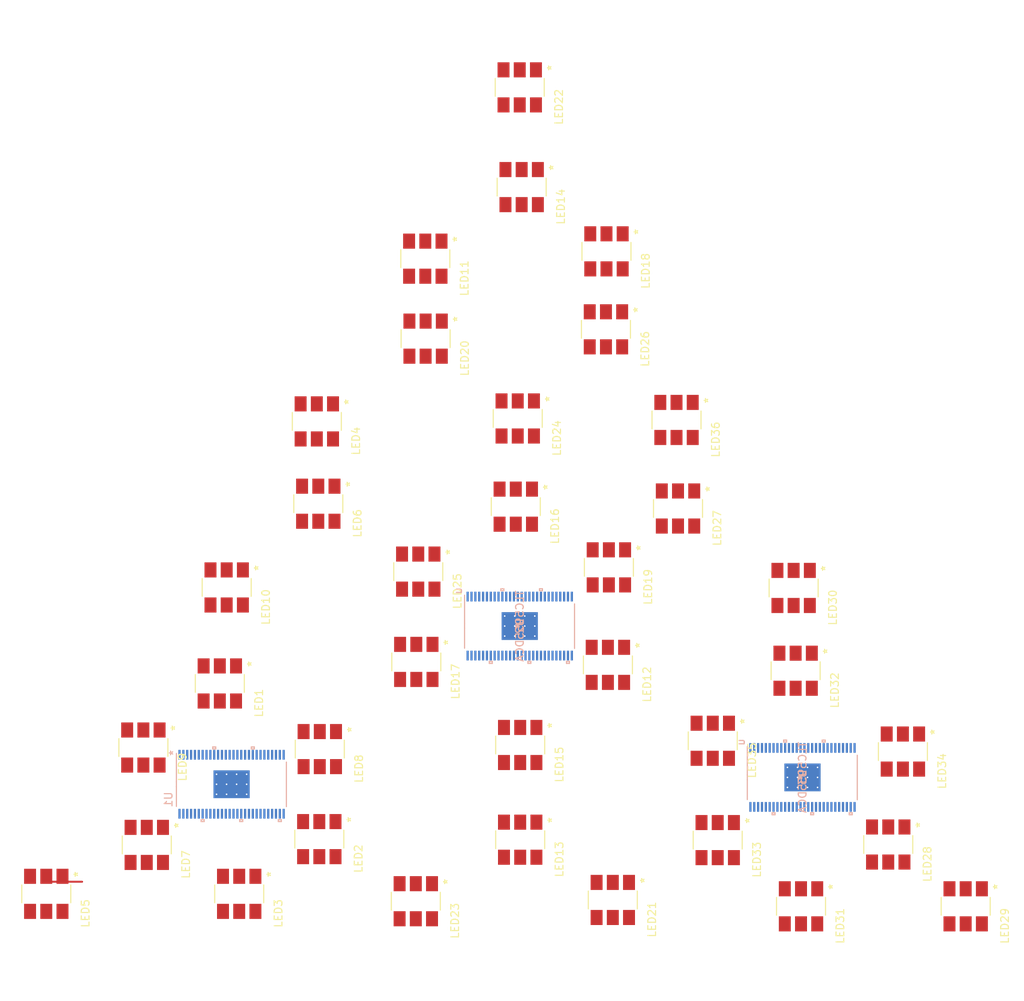
<source format=kicad_pcb>
(kicad_pcb (version 20171130) (host pcbnew "(5.1.10)-1")
  (layers (0 F.Cu signal) (31 B.Cu signal) (34 B.Paste user) (35 F.Paste user) (36 B.SilkS user) (37 F.SilkS user) (38 B.Mask user) (39 F.Mask user) (44 Edge.Cuts user))
  (net 0 "")
  (net 1 +5V)
  (net 2 "Net-(LED1-Pad4)")
  (net 3 "Net-(LED1-Pad5)")
  (net 4 "Net-(LED1-Pad6)")
  (net 5 "Net-(LED2-Pad6)")
  (net 6 "Net-(LED2-Pad5)")
  (net 7 "Net-(LED2-Pad4)")
  (net 8 "Net-(LED3-Pad4)")
  (net 9 "Net-(LED3-Pad5)")
  (net 10 "Net-(LED3-Pad6)")
  (net 11 "Net-(LED4-Pad6)")
  (net 12 "Net-(LED4-Pad5)")
  (net 13 "Net-(LED4-Pad4)")
  (net 14 "Net-(LED5-Pad4)")
  (net 15 "Net-(LED5-Pad5)")
  (net 16 "Net-(LED5-Pad6)")
  (net 17 "Net-(LED6-Pad6)")
  (net 18 "Net-(LED6-Pad5)")
  (net 19 "Net-(LED6-Pad4)")
  (net 20 "Net-(LED7-Pad4)")
  (net 21 "Net-(LED7-Pad5)")
  (net 22 "Net-(LED7-Pad6)")
  (net 23 "Net-(LED8-Pad6)")
  (net 24 "Net-(LED8-Pad5)")
  (net 25 "Net-(LED8-Pad4)")
  (net 26 "Net-(LED9-Pad6)")
  (net 27 "Net-(LED9-Pad5)")
  (net 28 "Net-(LED9-Pad4)")
  (net 29 "Net-(LED10-Pad4)")
  (net 30 "Net-(LED10-Pad5)")
  (net 31 "Net-(LED10-Pad6)")
  (net 32 "Net-(LED11-Pad6)")
  (net 33 "Net-(LED11-Pad5)")
  (net 34 "Net-(LED11-Pad4)")
  (net 35 "Net-(LED12-Pad4)")
  (net 36 "Net-(LED12-Pad5)")
  (net 37 "Net-(LED12-Pad6)")
  (net 38 "Net-(LED13-Pad4)")
  (net 39 "Net-(LED13-Pad5)")
  (net 40 "Net-(LED13-Pad6)")
  (net 41 "Net-(LED14-Pad4)")
  (net 42 "Net-(LED14-Pad5)")
  (net 43 "Net-(LED14-Pad6)")
  (net 44 "Net-(LED15-Pad6)")
  (net 45 "Net-(LED15-Pad5)")
  (net 46 "Net-(LED15-Pad4)")
  (net 47 "Net-(LED16-Pad4)")
  (net 48 "Net-(LED16-Pad5)")
  (net 49 "Net-(LED16-Pad6)")
  (net 50 "Net-(LED17-Pad6)")
  (net 51 "Net-(LED17-Pad5)")
  (net 52 "Net-(LED17-Pad4)")
  (net 53 "Net-(LED18-Pad4)")
  (net 54 "Net-(LED18-Pad5)")
  (net 55 "Net-(LED18-Pad6)")
  (net 56 "Net-(LED19-Pad6)")
  (net 57 "Net-(LED19-Pad5)")
  (net 58 "Net-(LED19-Pad4)")
  (net 59 "Net-(LED20-Pad4)")
  (net 60 "Net-(LED20-Pad5)")
  (net 61 "Net-(LED20-Pad6)")
  (net 62 "Net-(LED21-Pad6)")
  (net 63 "Net-(LED21-Pad5)")
  (net 64 "Net-(LED21-Pad4)")
  (net 65 "Net-(LED21-Pad3)")
  (net 66 "Net-(LED22-Pad4)")
  (net 67 "Net-(LED22-Pad5)")
  (net 68 "Net-(LED22-Pad6)")
  (net 69 "Net-(LED23-Pad6)")
  (net 70 "Net-(LED23-Pad5)")
  (net 71 "Net-(LED23-Pad4)")
  (net 72 "Net-(LED24-Pad4)")
  (net 73 "Net-(LED24-Pad5)")
  (net 74 "Net-(LED24-Pad6)")
  (net 75 "Net-(LED25-Pad4)")
  (net 76 "Net-(LED25-Pad5)")
  (net 77 "Net-(LED25-Pad6)")
  (net 78 "Net-(LED26-Pad6)")
  (net 79 "Net-(LED26-Pad5)")
  (net 80 "Net-(LED26-Pad4)")
  (net 81 "Net-(LED27-Pad4)")
  (net 82 "Net-(LED27-Pad5)")
  (net 83 "Net-(LED27-Pad6)")
  (net 84 "Net-(LED28-Pad6)")
  (net 85 "Net-(LED28-Pad5)")
  (net 86 "Net-(LED28-Pad4)")
  (net 87 "Net-(LED29-Pad6)")
  (net 88 "Net-(LED29-Pad5)")
  (net 89 "Net-(LED29-Pad4)")
  (net 90 "Net-(LED30-Pad4)")
  (net 91 "Net-(LED30-Pad5)")
  (net 92 "Net-(LED30-Pad6)")
  (net 93 "Net-(LED31-Pad6)")
  (net 94 "Net-(LED31-Pad5)")
  (net 95 "Net-(LED31-Pad4)")
  (net 96 "Net-(LED32-Pad4)")
  (net 97 "Net-(LED32-Pad5)")
  (net 98 "Net-(LED32-Pad6)")
  (net 99 "Net-(LED33-Pad6)")
  (net 100 "Net-(LED33-Pad5)")
  (net 101 "Net-(LED33-Pad4)")
  (net 102 "Net-(LED34-Pad4)")
  (net 103 "Net-(LED34-Pad5)")
  (net 104 "Net-(LED34-Pad6)")
  (net 105 "Net-(LED35-Pad6)")
  (net 106 "Net-(LED35-Pad5)")
  (net 107 "Net-(LED35-Pad4)")
  (net 108 "Net-(LED36-Pad4)")
  (net 109 "Net-(LED36-Pad5)")
  (net 110 "Net-(LED36-Pad6)")
  (net 111 /SERIAL_IN)
  (net 112 /SERIAL_CLOCK)
  (net 113 /LATCH)
  (net 114 /SERIAL_LINK1)
  (net 115 GND)
  (net 116 /GS_CLOCK)
  (net 117 "Net-(U3-Pad53)")
  (net 118 "Net-(U3-Pad52)")
  (net 119 "Net-(U3-Pad51)")
  (net 120 "Net-(U3-Pad47)")
  (net 121 "Net-(U3-Pad46)")
  (net 122 "Net-(U3-Pad45)")
  (net 123 "Net-(U3-Pad38)")
  (net 124 "Net-(U3-Pad37)")
  (net 125 "Net-(U3-Pad36)")
  (net 126 "Net-(U3-Pad32)")
  (net 127 "Net-(U3-Pad31)")
  (net 128 "Net-(U3-Pad30)")
  (net 129 "Net-(U3-Pad27)")
  (net 130 "Net-(U3-Pad26)")
  (net 131 "Net-(U3-Pad25)")
  (net 132 "Net-(U3-Pad21)")
  (net 133 "Net-(U3-Pad20)")
  (net 134 "Net-(U3-Pad19)")
  (net 135 "Net-(U1-Pad53)")
  (net 136 "Net-(U1-Pad52)")
  (net 137 "Net-(U1-Pad51)")
  (net 138 "Net-(U1-Pad47)")
  (net 139 "Net-(U1-Pad46)")
  (net 140 "Net-(U1-Pad45)")
  (net 141 "Net-(U1-Pad38)")
  (net 142 "Net-(U1-Pad37)")
  (net 143 "Net-(U1-Pad36)")
  (net 144 "Net-(U1-Pad32)")
  (net 145 "Net-(U1-Pad31)")
  (net 146 "Net-(U1-Pad30)")
  (net 147 "Net-(U1-Pad27)")
  (net 148 "Net-(U1-Pad26)")
  (net 149 "Net-(U1-Pad25)")
  (net 150 "Net-(U1-Pad21)")
  (net 151 "Net-(U1-Pad20)")
  (net 152 "Net-(U1-Pad19)")
  (module footprints:CLP6C-FKB-CKNPRGJBB7A363 (layer F.Cu) (at 140.838499 89.8017 270)
    (fp_text reference LED16 (at 2.54 -5.08 90) (layer F.SilkS))
    (fp_text value CLP6C-FKB-CKNPRGJBB7A363 hide)
    (fp_text user * (at -2.5273 -4.1447 90) (layer F.SilkS))
    (fp_text user * (at -2.5273 -4.1447 90) (layer F.SilkS))
    (pad 1 smd rect (at -2.2733 -2.099998 270) (size 1.9558 1.5494) (layers F.Cu F.Paste F.Mask) (net 1 +5V))
    (pad 2 smd rect (at -2.2733 0 270) (size 1.9558 1.5494) (layers F.Cu F.Paste F.Mask) (net 1 +5V))
    (pad 3 smd rect (at -2.2733 2.100001 270) (size 1.9558 1.5494) (layers F.Cu F.Paste F.Mask) (net 1 +5V))
    (pad 4 smd rect (at 2.2733 2.099998 270) (size 1.9558 1.5494) (layers F.Cu F.Paste F.Mask) (net 47 "Net-(LED16-Pad4)"))
    (pad 5 smd rect (at 2.2733 0 270) (size 1.9558 1.5494) (layers F.Cu F.Paste F.Mask) (net 48 "Net-(LED16-Pad5)"))
    (pad 6 smd rect (at 2.2733 -2.100001 270) (size 1.9558 1.5494) (layers F.Cu F.Paste F.Mask) (net 49 "Net-(LED16-Pad6)"))
  )
  (module footprints:CLP6C-FKB-CKNPRGJBB7A363 (layer F.Cu) (at 141.092499 78.3717 270)
    (fp_text reference LED24 (at 2.54 -5.08 90) (layer F.SilkS))
    (fp_text value CLP6C-FKB-CKNPRGJBB7A363 hide)
    (fp_text user * (at -2.5273 -4.1447 90) (layer F.SilkS))
    (fp_text user * (at -2.5273 -4.1447 90) (layer F.SilkS))
    (pad 1 smd rect (at -2.2733 -2.099998 270) (size 1.9558 1.5494) (layers F.Cu F.Paste F.Mask) (net 1 +5V))
    (pad 2 smd rect (at -2.2733 0 270) (size 1.9558 1.5494) (layers F.Cu F.Paste F.Mask) (net 1 +5V))
    (pad 3 smd rect (at -2.2733 2.100001 270) (size 1.9558 1.5494) (layers F.Cu F.Paste F.Mask) (net 1 +5V))
    (pad 4 smd rect (at 2.2733 2.099998 270) (size 1.9558 1.5494) (layers F.Cu F.Paste F.Mask) (net 72 "Net-(LED24-Pad4)"))
    (pad 5 smd rect (at 2.2733 0 270) (size 1.9558 1.5494) (layers F.Cu F.Paste F.Mask) (net 73 "Net-(LED24-Pad5)"))
    (pad 6 smd rect (at 2.2733 -2.100001 270) (size 1.9558 1.5494) (layers F.Cu F.Paste F.Mask) (net 74 "Net-(LED24-Pad6)"))
  )
  (module footprints:CLP6C-FKB-CKNPRGJBB7A363 (layer F.Cu) (at 152.522499 66.8147 270)
    (fp_text reference LED26 (at 2.54 -5.08 90) (layer F.SilkS))
    (fp_text value CLP6C-FKB-CKNPRGJBB7A363 hide)
    (fp_text user * (at -2.5273 -4.1447 90) (layer F.SilkS))
    (fp_text user * (at -2.5273 -4.1447 90) (layer F.SilkS))
    (pad 6 smd rect (at 2.2733 -2.100001 270) (size 1.9558 1.5494) (layers F.Cu F.Paste F.Mask) (net 78 "Net-(LED26-Pad6)"))
    (pad 5 smd rect (at 2.2733 0 270) (size 1.9558 1.5494) (layers F.Cu F.Paste F.Mask) (net 79 "Net-(LED26-Pad5)"))
    (pad 4 smd rect (at 2.2733 2.099998 270) (size 1.9558 1.5494) (layers F.Cu F.Paste F.Mask) (net 80 "Net-(LED26-Pad4)"))
    (pad 3 smd rect (at -2.2733 2.100001 270) (size 1.9558 1.5494) (layers F.Cu F.Paste F.Mask) (net 1 +5V))
    (pad 2 smd rect (at -2.2733 0 270) (size 1.9558 1.5494) (layers F.Cu F.Paste F.Mask) (net 1 +5V))
    (pad 1 smd rect (at -2.2733 -2.099998 270) (size 1.9558 1.5494) (layers F.Cu F.Paste F.Mask) (net 1 +5V))
  )
  (module footprints:CLP6C-FKB-CKNPRGJBB7A363 (layer F.Cu) (at 161.8615 90.043 270)
    (fp_text reference LED27 (at 2.54 -5.08 90) (layer F.SilkS))
    (fp_text value CLP6C-FKB-CKNPRGJBB7A363 hide)
    (fp_text user * (at -2.5273 -4.1447 90) (layer F.SilkS))
    (fp_text user * (at -2.5273 -4.1447 90) (layer F.SilkS))
    (pad 6 smd rect (at 2.2733 -2.100001 270) (size 1.9558 1.5494) (layers F.Cu F.Paste F.Mask) (net 83 "Net-(LED27-Pad6)"))
    (pad 5 smd rect (at 2.2733 0 270) (size 1.9558 1.5494) (layers F.Cu F.Paste F.Mask) (net 82 "Net-(LED27-Pad5)"))
    (pad 4 smd rect (at 2.2733 2.099998 270) (size 1.9558 1.5494) (layers F.Cu F.Paste F.Mask) (net 81 "Net-(LED27-Pad4)"))
    (pad 3 smd rect (at -2.2733 2.100001 270) (size 1.9558 1.5494) (layers F.Cu F.Paste F.Mask) (net 1 +5V))
    (pad 2 smd rect (at -2.2733 0 270) (size 1.9558 1.5494) (layers F.Cu F.Paste F.Mask) (net 1 +5V))
    (pad 1 smd rect (at -2.2733 -2.099998 270) (size 1.9558 1.5494) (layers F.Cu F.Paste F.Mask) (net 1 +5V))
  )
  (module footprints:CLP6C-FKB-CKNPRGJBB7A363 (layer F.Cu) (at 141.600502 48.3743 270)
    (fp_text reference LED14 (at 2.54 -5.08 90) (layer F.SilkS))
    (fp_text value CLP6C-FKB-CKNPRGJBB7A363 hide)
    (fp_text user * (at -2.5273 -4.1447 90) (layer F.SilkS))
    (fp_text user * (at -2.5273 -4.1447 90) (layer F.SilkS))
    (pad 1 smd rect (at -2.2733 -2.099998 270) (size 1.9558 1.5494) (layers F.Cu F.Paste F.Mask) (net 1 +5V))
    (pad 2 smd rect (at -2.2733 0 270) (size 1.9558 1.5494) (layers F.Cu F.Paste F.Mask) (net 1 +5V))
    (pad 3 smd rect (at -2.2733 2.100001 270) (size 1.9558 1.5494) (layers F.Cu F.Paste F.Mask) (net 1 +5V))
    (pad 4 smd rect (at 2.2733 2.099998 270) (size 1.9558 1.5494) (layers F.Cu F.Paste F.Mask) (net 41 "Net-(LED14-Pad4)"))
    (pad 5 smd rect (at 2.2733 0 270) (size 1.9558 1.5494) (layers F.Cu F.Paste F.Mask) (net 42 "Net-(LED14-Pad5)"))
    (pad 6 smd rect (at 2.2733 -2.100001 270) (size 1.9558 1.5494) (layers F.Cu F.Paste F.Mask) (net 43 "Net-(LED14-Pad6)"))
  )
  (module footprints:CLP6C-FKB-CKNPRGJBB7A363 (layer F.Cu) (at 152.5905 56.7055 270)
    (fp_text reference LED18 (at 2.54 -5.08 90) (layer F.SilkS))
    (fp_text value CLP6C-FKB-CKNPRGJBB7A363 hide)
    (fp_text user * (at -2.5273 -4.1447 90) (layer F.SilkS))
    (fp_text user * (at -2.5273 -4.1447 90) (layer F.SilkS))
    (pad 6 smd rect (at 2.2733 -2.100001 270) (size 1.9558 1.5494) (layers F.Cu F.Paste F.Mask) (net 55 "Net-(LED18-Pad6)"))
    (pad 5 smd rect (at 2.2733 0 270) (size 1.9558 1.5494) (layers F.Cu F.Paste F.Mask) (net 54 "Net-(LED18-Pad5)"))
    (pad 4 smd rect (at 2.2733 2.099998 270) (size 1.9558 1.5494) (layers F.Cu F.Paste F.Mask) (net 53 "Net-(LED18-Pad4)"))
    (pad 3 smd rect (at -2.2733 2.100001 270) (size 1.9558 1.5494) (layers F.Cu F.Paste F.Mask) (net 1 +5V))
    (pad 2 smd rect (at -2.2733 0 270) (size 1.9558 1.5494) (layers F.Cu F.Paste F.Mask) (net 1 +5V))
    (pad 1 smd rect (at -2.2733 -2.099998 270) (size 1.9558 1.5494) (layers F.Cu F.Paste F.Mask) (net 1 +5V))
  )
  (module footprints:CLP6C-FKB-CKNPRGJBB7A363 (layer F.Cu) (at 129.154499 68.0212 270)
    (fp_text reference LED20 (at 2.54 -5.08 90) (layer F.SilkS))
    (fp_text value CLP6C-FKB-CKNPRGJBB7A363 hide)
    (fp_text user * (at -2.5273 -4.1447 90) (layer F.SilkS))
    (fp_text user * (at -2.5273 -4.1447 90) (layer F.SilkS))
    (pad 1 smd rect (at -2.2733 -2.099998 270) (size 1.9558 1.5494) (layers F.Cu F.Paste F.Mask) (net 1 +5V))
    (pad 2 smd rect (at -2.2733 0 270) (size 1.9558 1.5494) (layers F.Cu F.Paste F.Mask) (net 1 +5V))
    (pad 3 smd rect (at -2.2733 2.100001 270) (size 1.9558 1.5494) (layers F.Cu F.Paste F.Mask) (net 1 +5V))
    (pad 4 smd rect (at 2.2733 2.099998 270) (size 1.9558 1.5494) (layers F.Cu F.Paste F.Mask) (net 59 "Net-(LED20-Pad4)"))
    (pad 5 smd rect (at 2.2733 0 270) (size 1.9558 1.5494) (layers F.Cu F.Paste F.Mask) (net 60 "Net-(LED20-Pad5)"))
    (pad 6 smd rect (at 2.2733 -2.100001 270) (size 1.9558 1.5494) (layers F.Cu F.Paste F.Mask) (net 61 "Net-(LED20-Pad6)"))
  )
  (module footprints:CLP6C-FKB-CKNPRGJBB7A363 (layer F.Cu) (at 141.351 35.4457 270)
    (fp_text reference LED22 (at 2.54 -5.08 90) (layer F.SilkS))
    (fp_text value CLP6C-FKB-CKNPRGJBB7A363 hide)
    (fp_text user * (at -2.5273 -4.1447 90) (layer F.SilkS))
    (fp_text user * (at -2.5273 -4.1447 90) (layer F.SilkS))
    (pad 6 smd rect (at 2.2733 -2.100001 270) (size 1.9558 1.5494) (layers F.Cu F.Paste F.Mask) (net 68 "Net-(LED22-Pad6)"))
    (pad 5 smd rect (at 2.2733 0 270) (size 1.9558 1.5494) (layers F.Cu F.Paste F.Mask) (net 67 "Net-(LED22-Pad5)"))
    (pad 4 smd rect (at 2.2733 2.099998 270) (size 1.9558 1.5494) (layers F.Cu F.Paste F.Mask) (net 66 "Net-(LED22-Pad4)"))
    (pad 3 smd rect (at -2.2733 2.100001 270) (size 1.9558 1.5494) (layers F.Cu F.Paste F.Mask) (net 1 +5V))
    (pad 2 smd rect (at -2.2733 0 270) (size 1.9558 1.5494) (layers F.Cu F.Paste F.Mask) (net 1 +5V))
    (pad 1 smd rect (at -2.2733 -2.099998 270) (size 1.9558 1.5494) (layers F.Cu F.Paste F.Mask) (net 1 +5V))
  )
  (module footprints:CLP6C-FKB-CKNPRGJBB7A363 (layer F.Cu) (at 115.057499 78.7527 270)
    (fp_text reference LED4 (at 2.54 -5.08 90) (layer F.SilkS))
    (fp_text value CLP6C-FKB-CKNPRGJBB7A363 hide)
    (fp_text user * (at -2.5273 -4.1447 90) (layer F.SilkS))
    (fp_text user * (at -2.5273 -4.1447 90) (layer F.SilkS))
    (pad 6 smd rect (at 2.2733 -2.100001 270) (size 1.9558 1.5494) (layers F.Cu F.Paste F.Mask) (net 11 "Net-(LED4-Pad6)"))
    (pad 5 smd rect (at 2.2733 0 270) (size 1.9558 1.5494) (layers F.Cu F.Paste F.Mask) (net 12 "Net-(LED4-Pad5)"))
    (pad 4 smd rect (at 2.2733 2.099998 270) (size 1.9558 1.5494) (layers F.Cu F.Paste F.Mask) (net 13 "Net-(LED4-Pad4)"))
    (pad 3 smd rect (at -2.2733 2.100001 270) (size 1.9558 1.5494) (layers F.Cu F.Paste F.Mask) (net 1 +5V))
    (pad 2 smd rect (at -2.2733 0 270) (size 1.9558 1.5494) (layers F.Cu F.Paste F.Mask) (net 1 +5V))
    (pad 1 smd rect (at -2.2733 -2.099998 270) (size 1.9558 1.5494) (layers F.Cu F.Paste F.Mask) (net 1 +5V))
  )
  (module footprints:CLP6C-FKB-CKNPRGJBB7A363 (layer F.Cu) (at 129.115 57.6535 270)
    (fp_text reference LED11 (at 2.54 -5.08 90) (layer F.SilkS))
    (fp_text value CLP6C-FKB-CKNPRGJBB7A363 hide)
    (fp_text user * (at -2.5273 -4.1447 90) (layer F.SilkS))
    (fp_text user * (at -2.5273 -4.1447 90) (layer F.SilkS))
    (pad 1 smd rect (at -2.2733 -2.099998 270) (size 1.9558 1.5494) (layers F.Cu F.Paste F.Mask) (net 1 +5V))
    (pad 2 smd rect (at -2.2733 0 270) (size 1.9558 1.5494) (layers F.Cu F.Paste F.Mask) (net 1 +5V))
    (pad 3 smd rect (at -2.2733 2.100001 270) (size 1.9558 1.5494) (layers F.Cu F.Paste F.Mask) (net 1 +5V))
    (pad 4 smd rect (at 2.2733 2.099998 270) (size 1.9558 1.5494) (layers F.Cu F.Paste F.Mask) (net 34 "Net-(LED11-Pad4)"))
    (pad 5 smd rect (at 2.2733 0 270) (size 1.9558 1.5494) (layers F.Cu F.Paste F.Mask) (net 33 "Net-(LED11-Pad5)"))
    (pad 6 smd rect (at 2.2733 -2.100001 270) (size 1.9558 1.5494) (layers F.Cu F.Paste F.Mask) (net 32 "Net-(LED11-Pad6)"))
  )
  (module footprints:CLP6C-FKB-CKNPRGJBB7A363 (layer F.Cu) (at 115.247999 89.4207 270)
    (fp_text reference LED6 (at 2.54 -5.08 90) (layer F.SilkS))
    (fp_text value CLP6C-FKB-CKNPRGJBB7A363 hide)
    (fp_text user * (at -2.5273 -4.1447 90) (layer F.SilkS))
    (fp_text user * (at -2.5273 -4.1447 90) (layer F.SilkS))
    (pad 1 smd rect (at -2.2733 -2.099998 270) (size 1.9558 1.5494) (layers F.Cu F.Paste F.Mask) (net 1 +5V))
    (pad 2 smd rect (at -2.2733 0 270) (size 1.9558 1.5494) (layers F.Cu F.Paste F.Mask) (net 1 +5V))
    (pad 3 smd rect (at -2.2733 2.100001 270) (size 1.9558 1.5494) (layers F.Cu F.Paste F.Mask) (net 1 +5V))
    (pad 4 smd rect (at 2.2733 2.099998 270) (size 1.9558 1.5494) (layers F.Cu F.Paste F.Mask) (net 19 "Net-(LED6-Pad4)"))
    (pad 5 smd rect (at 2.2733 0 270) (size 1.9558 1.5494) (layers F.Cu F.Paste F.Mask) (net 18 "Net-(LED6-Pad5)"))
    (pad 6 smd rect (at 2.2733 -2.100001 270) (size 1.9558 1.5494) (layers F.Cu F.Paste F.Mask) (net 17 "Net-(LED6-Pad6)"))
  )
  (module footprints:CLP6C-FKB-CKNPRGJBB7A363 (layer F.Cu) (at 161.666499 78.5622 270)
    (fp_text reference LED36 (at 2.54 -5.08 90) (layer F.SilkS))
    (fp_text value CLP6C-FKB-CKNPRGJBB7A363 hide)
    (fp_text user * (at -2.5273 -4.1447 90) (layer F.SilkS))
    (fp_text user * (at -2.5273 -4.1447 90) (layer F.SilkS))
    (pad 6 smd rect (at 2.2733 -2.100001 270) (size 1.9558 1.5494) (layers F.Cu F.Paste F.Mask) (net 110 "Net-(LED36-Pad6)"))
    (pad 5 smd rect (at 2.2733 0 270) (size 1.9558 1.5494) (layers F.Cu F.Paste F.Mask) (net 109 "Net-(LED36-Pad5)"))
    (pad 4 smd rect (at 2.2733 2.099998 270) (size 1.9558 1.5494) (layers F.Cu F.Paste F.Mask) (net 108 "Net-(LED36-Pad4)"))
    (pad 3 smd rect (at -2.2733 2.100001 270) (size 1.9558 1.5494) (layers F.Cu F.Paste F.Mask) (net 1 +5V))
    (pad 2 smd rect (at -2.2733 0 270) (size 1.9558 1.5494) (layers F.Cu F.Paste F.Mask) (net 1 +5V))
    (pad 1 smd rect (at -2.2733 -2.099998 270) (size 1.9558 1.5494) (layers F.Cu F.Paste F.Mask) (net 1 +5V))
  )
  (module footprints:CLP6C-FKB-CKNPRGJBB7A363 (layer F.Cu) (at 102.489 112.7252 270)
    (fp_text reference LED1 (at 2.54 -5.08 90) (layer F.SilkS))
    (fp_text value CLP6C-FKB-CKNPRGJBB7A363 hide)
    (fp_text user * (at -2.5273 -4.1447 90) (layer F.SilkS))
    (fp_text user * (at -2.5273 -4.1447 90) (layer F.SilkS))
    (pad 1 smd rect (at -2.2733 -2.099998 270) (size 1.9558 1.5494) (layers F.Cu F.Paste F.Mask) (net 1 +5V))
    (pad 2 smd rect (at -2.2733 0 270) (size 1.9558 1.5494) (layers F.Cu F.Paste F.Mask) (net 1 +5V))
    (pad 3 smd rect (at -2.2733 2.100001 270) (size 1.9558 1.5494) (layers F.Cu F.Paste F.Mask) (net 1 +5V))
    (pad 4 smd rect (at 2.2733 2.099998 270) (size 1.9558 1.5494) (layers F.Cu F.Paste F.Mask) (net 2 "Net-(LED1-Pad4)"))
    (pad 5 smd rect (at 2.2733 0 270) (size 1.9558 1.5494) (layers F.Cu F.Paste F.Mask) (net 3 "Net-(LED1-Pad5)"))
    (pad 6 smd rect (at 2.2733 -2.100001 270) (size 1.9558 1.5494) (layers F.Cu F.Paste F.Mask) (net 4 "Net-(LED1-Pad6)"))
  )
  (module footprints:CLP6C-FKB-CKNPRGJBB7A363 (layer F.Cu) (at 103.378 100.2792 270)
    (fp_text reference LED10 (at 2.54 -5.08 90) (layer F.SilkS))
    (fp_text value CLP6C-FKB-CKNPRGJBB7A363 hide)
    (fp_text user * (at -2.5273 -4.1447 90) (layer F.SilkS))
    (fp_text user * (at -2.5273 -4.1447 90) (layer F.SilkS))
    (pad 6 smd rect (at 2.2733 -2.100001 270) (size 1.9558 1.5494) (layers F.Cu F.Paste F.Mask) (net 31 "Net-(LED10-Pad6)"))
    (pad 5 smd rect (at 2.2733 0 270) (size 1.9558 1.5494) (layers F.Cu F.Paste F.Mask) (net 30 "Net-(LED10-Pad5)"))
    (pad 4 smd rect (at 2.2733 2.099998 270) (size 1.9558 1.5494) (layers F.Cu F.Paste F.Mask) (net 29 "Net-(LED10-Pad4)"))
    (pad 3 smd rect (at -2.2733 2.100001 270) (size 1.9558 1.5494) (layers F.Cu F.Paste F.Mask) (net 1 +5V))
    (pad 2 smd rect (at -2.2733 0 270) (size 1.9558 1.5494) (layers F.Cu F.Paste F.Mask) (net 1 +5V))
    (pad 1 smd rect (at -2.2733 -2.099998 270) (size 1.9558 1.5494) (layers F.Cu F.Paste F.Mask) (net 1 +5V))
  )
  (module footprints:CLP6C-FKB-CKNPRGJBB7A363 (layer F.Cu) (at 127.947999 109.9312 270)
    (fp_text reference LED17 (at 2.54 -5.08 90) (layer F.SilkS))
    (fp_text value CLP6C-FKB-CKNPRGJBB7A363 hide)
    (fp_text user * (at -2.5273 -4.1447 90) (layer F.SilkS))
    (fp_text user * (at -2.5273 -4.1447 90) (layer F.SilkS))
    (pad 1 smd rect (at -2.2733 -2.099998 270) (size 1.9558 1.5494) (layers F.Cu F.Paste F.Mask) (net 1 +5V))
    (pad 2 smd rect (at -2.2733 0 270) (size 1.9558 1.5494) (layers F.Cu F.Paste F.Mask) (net 1 +5V))
    (pad 3 smd rect (at -2.2733 2.100001 270) (size 1.9558 1.5494) (layers F.Cu F.Paste F.Mask) (net 1 +5V))
    (pad 4 smd rect (at 2.2733 2.099998 270) (size 1.9558 1.5494) (layers F.Cu F.Paste F.Mask) (net 52 "Net-(LED17-Pad4)"))
    (pad 5 smd rect (at 2.2733 0 270) (size 1.9558 1.5494) (layers F.Cu F.Paste F.Mask) (net 51 "Net-(LED17-Pad5)"))
    (pad 6 smd rect (at 2.2733 -2.100001 270) (size 1.9558 1.5494) (layers F.Cu F.Paste F.Mask) (net 50 "Net-(LED17-Pad6)"))
  )
  (module footprints:CLP6C-FKB-CKNPRGJBB7A363 (layer F.Cu) (at 128.202002 98.2218 270)
    (fp_text reference LED25 (at 2.54 -5.08 90) (layer F.SilkS))
    (fp_text value CLP6C-FKB-CKNPRGJBB7A363 hide)
    (fp_text user * (at -2.5273 -4.1447 90) (layer F.SilkS))
    (fp_text user * (at -2.5273 -4.1447 90) (layer F.SilkS))
    (pad 6 smd rect (at 2.2733 -2.100001 270) (size 1.9558 1.5494) (layers F.Cu F.Paste F.Mask) (net 77 "Net-(LED25-Pad6)"))
    (pad 5 smd rect (at 2.2733 0 270) (size 1.9558 1.5494) (layers F.Cu F.Paste F.Mask) (net 76 "Net-(LED25-Pad5)"))
    (pad 4 smd rect (at 2.2733 2.099998 270) (size 1.9558 1.5494) (layers F.Cu F.Paste F.Mask) (net 75 "Net-(LED25-Pad4)"))
    (pad 3 smd rect (at -2.2733 2.100001 270) (size 1.9558 1.5494) (layers F.Cu F.Paste F.Mask) (net 1 +5V))
    (pad 2 smd rect (at -2.2733 0 270) (size 1.9558 1.5494) (layers F.Cu F.Paste F.Mask) (net 1 +5V))
    (pad 1 smd rect (at -2.2733 -2.099998 270) (size 1.9558 1.5494) (layers F.Cu F.Paste F.Mask) (net 1 +5V))
  )
  (module footprints:CLP6C-FKB-CKNPRGJBB7A363 (layer F.Cu) (at 115.443 121.2342 270)
    (fp_text reference LED8 (at 2.54 -5.08 90) (layer F.SilkS))
    (fp_text value CLP6C-FKB-CKNPRGJBB7A363 hide)
    (fp_text user * (at -2.5273 -4.1447 90) (layer F.SilkS))
    (fp_text user * (at -2.5273 -4.1447 90) (layer F.SilkS))
    (pad 6 smd rect (at 2.2733 -2.100001 270) (size 1.9558 1.5494) (layers F.Cu F.Paste F.Mask) (net 23 "Net-(LED8-Pad6)"))
    (pad 5 smd rect (at 2.2733 0 270) (size 1.9558 1.5494) (layers F.Cu F.Paste F.Mask) (net 24 "Net-(LED8-Pad5)"))
    (pad 4 smd rect (at 2.2733 2.099998 270) (size 1.9558 1.5494) (layers F.Cu F.Paste F.Mask) (net 25 "Net-(LED8-Pad4)"))
    (pad 3 smd rect (at -2.2733 2.100001 270) (size 1.9558 1.5494) (layers F.Cu F.Paste F.Mask) (net 1 +5V))
    (pad 2 smd rect (at -2.2733 0 270) (size 1.9558 1.5494) (layers F.Cu F.Paste F.Mask) (net 1 +5V))
    (pad 1 smd rect (at -2.2733 -2.099998 270) (size 1.9558 1.5494) (layers F.Cu F.Paste F.Mask) (net 1 +5V))
  )
  (module footprints:CLP6C-FKB-CKNPRGJBB7A363 (layer F.Cu) (at 115.3795 132.9055 270)
    (fp_text reference LED2 (at 2.54 -5.08 90) (layer F.SilkS))
    (fp_text value CLP6C-FKB-CKNPRGJBB7A363 hide)
    (fp_text user * (at -2.5273 -4.1447 90) (layer F.SilkS))
    (fp_text user * (at -2.5273 -4.1447 90) (layer F.SilkS))
    (pad 1 smd rect (at -2.2733 -2.099998 270) (size 1.9558 1.5494) (layers F.Cu F.Paste F.Mask) (net 1 +5V))
    (pad 2 smd rect (at -2.2733 0 270) (size 1.9558 1.5494) (layers F.Cu F.Paste F.Mask) (net 1 +5V))
    (pad 3 smd rect (at -2.2733 2.100001 270) (size 1.9558 1.5494) (layers F.Cu F.Paste F.Mask) (net 1 +5V))
    (pad 4 smd rect (at 2.2733 2.099998 270) (size 1.9558 1.5494) (layers F.Cu F.Paste F.Mask) (net 7 "Net-(LED2-Pad4)"))
    (pad 5 smd rect (at 2.2733 0 270) (size 1.9558 1.5494) (layers F.Cu F.Paste F.Mask) (net 6 "Net-(LED2-Pad5)"))
    (pad 6 smd rect (at 2.2733 -2.100001 270) (size 1.9558 1.5494) (layers F.Cu F.Paste F.Mask) (net 5 "Net-(LED2-Pad6)"))
  )
  (module footprints:CLP6C-FKB-CKNPRGJBB7A363 (layer F.Cu) (at 127.884502 140.9573 270)
    (fp_text reference LED23 (at 2.54 -5.08 90) (layer F.SilkS))
    (fp_text value CLP6C-FKB-CKNPRGJBB7A363 hide)
    (fp_text user * (at -2.5273 -4.1447 90) (layer F.SilkS))
    (fp_text user * (at -2.5273 -4.1447 90) (layer F.SilkS))
    (pad 1 smd rect (at -2.2733 -2.099998 270) (size 1.9558 1.5494) (layers F.Cu F.Paste F.Mask) (net 1 +5V))
    (pad 2 smd rect (at -2.2733 0 270) (size 1.9558 1.5494) (layers F.Cu F.Paste F.Mask) (net 1 +5V))
    (pad 3 smd rect (at -2.2733 2.100001 270) (size 1.9558 1.5494) (layers F.Cu F.Paste F.Mask) (net 1 +5V))
    (pad 4 smd rect (at 2.2733 2.099998 270) (size 1.9558 1.5494) (layers F.Cu F.Paste F.Mask) (net 71 "Net-(LED23-Pad4)"))
    (pad 5 smd rect (at 2.2733 0 270) (size 1.9558 1.5494) (layers F.Cu F.Paste F.Mask) (net 70 "Net-(LED23-Pad5)"))
    (pad 6 smd rect (at 2.2733 -2.100001 270) (size 1.9558 1.5494) (layers F.Cu F.Paste F.Mask) (net 69 "Net-(LED23-Pad6)"))
  )
  (module footprints:CLP6C-FKB-CKNPRGJBB7A363 (layer F.Cu) (at 141.410002 120.7008 270)
    (fp_text reference LED15 (at 2.54 -5.08 90) (layer F.SilkS))
    (fp_text value CLP6C-FKB-CKNPRGJBB7A363 hide)
    (fp_text user * (at -2.5273 -4.1447 90) (layer F.SilkS))
    (fp_text user * (at -2.5273 -4.1447 90) (layer F.SilkS))
    (pad 6 smd rect (at 2.2733 -2.100001 270) (size 1.9558 1.5494) (layers F.Cu F.Paste F.Mask) (net 44 "Net-(LED15-Pad6)"))
    (pad 5 smd rect (at 2.2733 0 270) (size 1.9558 1.5494) (layers F.Cu F.Paste F.Mask) (net 45 "Net-(LED15-Pad5)"))
    (pad 4 smd rect (at 2.2733 2.099998 270) (size 1.9558 1.5494) (layers F.Cu F.Paste F.Mask) (net 46 "Net-(LED15-Pad4)"))
    (pad 3 smd rect (at -2.2733 2.100001 270) (size 1.9558 1.5494) (layers F.Cu F.Paste F.Mask) (net 1 +5V))
    (pad 2 smd rect (at -2.2733 0 270) (size 1.9558 1.5494) (layers F.Cu F.Paste F.Mask) (net 1 +5V))
    (pad 1 smd rect (at -2.2733 -2.099998 270) (size 1.9558 1.5494) (layers F.Cu F.Paste F.Mask) (net 1 +5V))
  )
  (module footprints:CLP6C-FKB-CKNPRGJBB7A363 (layer F.Cu) (at 141.409999 132.9817 270)
    (fp_text reference LED13 (at 2.54 -5.08 90) (layer F.SilkS))
    (fp_text value CLP6C-FKB-CKNPRGJBB7A363 hide)
    (fp_text user * (at -2.5273 -4.1447 90) (layer F.SilkS))
    (fp_text user * (at -2.5273 -4.1447 90) (layer F.SilkS))
    (pad 1 smd rect (at -2.2733 -2.099998 270) (size 1.9558 1.5494) (layers F.Cu F.Paste F.Mask) (net 1 +5V))
    (pad 2 smd rect (at -2.2733 0 270) (size 1.9558 1.5494) (layers F.Cu F.Paste F.Mask) (net 1 +5V))
    (pad 3 smd rect (at -2.2733 2.100001 270) (size 1.9558 1.5494) (layers F.Cu F.Paste F.Mask) (net 1 +5V))
    (pad 4 smd rect (at 2.2733 2.099998 270) (size 1.9558 1.5494) (layers F.Cu F.Paste F.Mask) (net 38 "Net-(LED13-Pad4)"))
    (pad 5 smd rect (at 2.2733 0 270) (size 1.9558 1.5494) (layers F.Cu F.Paste F.Mask) (net 39 "Net-(LED13-Pad5)"))
    (pad 6 smd rect (at 2.2733 -2.100001 270) (size 1.9558 1.5494) (layers F.Cu F.Paste F.Mask) (net 40 "Net-(LED13-Pad6)"))
  )
  (module footprints:CLP6C-FKB-CKNPRGJBB7A363 (layer F.Cu) (at 92.583 121.031 270)
    (fp_text reference LED9 (at 2.54 -5.08 90) (layer F.SilkS))
    (fp_text value CLP6C-FKB-CKNPRGJBB7A363 hide)
    (fp_text user * (at -2.5273 -4.1447 90) (layer F.SilkS))
    (fp_text user * (at -2.5273 -4.1447 90) (layer F.SilkS))
    (pad 1 smd rect (at -2.2733 -2.099998 270) (size 1.9558 1.5494) (layers F.Cu F.Paste F.Mask) (net 1 +5V))
    (pad 2 smd rect (at -2.2733 0 270) (size 1.9558 1.5494) (layers F.Cu F.Paste F.Mask) (net 1 +5V))
    (pad 3 smd rect (at -2.2733 2.100001 270) (size 1.9558 1.5494) (layers F.Cu F.Paste F.Mask) (net 1 +5V))
    (pad 4 smd rect (at 2.2733 2.099998 270) (size 1.9558 1.5494) (layers F.Cu F.Paste F.Mask) (net 28 "Net-(LED9-Pad4)"))
    (pad 5 smd rect (at 2.2733 0 270) (size 1.9558 1.5494) (layers F.Cu F.Paste F.Mask) (net 27 "Net-(LED9-Pad5)"))
    (pad 6 smd rect (at 2.2733 -2.100001 270) (size 1.9558 1.5494) (layers F.Cu F.Paste F.Mask) (net 26 "Net-(LED9-Pad6)"))
  )
  (module footprints:CLP6C-FKB-CKNPRGJBB7A363 (layer F.Cu) (at 80 140 270)
    (fp_text reference LED5 (at 2.54 -5.08 90) (layer F.SilkS))
    (fp_text value CLP6C-FKB-CKNPRGJBB7A363 hide)
    (fp_text user * (at -2.5273 -4.1447 90) (layer F.SilkS))
    (fp_text user * (at -2.5273 -4.1447 90) (layer F.SilkS))
    (pad 1 smd rect (at -2.2733 -2.099998 270) (size 1.9558 1.5494) (layers F.Cu F.Paste F.Mask) (net 1 +5V))
    (pad 2 smd rect (at -2.2733 0 270) (size 1.9558 1.5494) (layers F.Cu F.Paste F.Mask) (net 1 +5V))
    (pad 3 smd rect (at -2.2733 2.100001 270) (size 1.9558 1.5494) (layers F.Cu F.Paste F.Mask) (net 1 +5V))
    (pad 4 smd rect (at 2.2733 2.099998 270) (size 1.9558 1.5494) (layers F.Cu F.Paste F.Mask) (net 14 "Net-(LED5-Pad4)"))
    (pad 5 smd rect (at 2.2733 0 270) (size 1.9558 1.5494) (layers F.Cu F.Paste F.Mask) (net 15 "Net-(LED5-Pad5)"))
    (pad 6 smd rect (at 2.2733 -2.100001 270) (size 1.9558 1.5494) (layers F.Cu F.Paste F.Mask) (net 16 "Net-(LED5-Pad6)"))
  )
  (module footprints:CLP6C-FKB-CKNPRGJBB7A363 (layer F.Cu) (at 105 140 270)
    (fp_text reference LED3 (at 2.54 -5.08 90) (layer F.SilkS))
    (fp_text value CLP6C-FKB-CKNPRGJBB7A363 hide)
    (fp_text user * (at -2.5273 -4.1447 90) (layer F.SilkS))
    (fp_text user * (at -2.5273 -4.1447 90) (layer F.SilkS))
    (pad 6 smd rect (at 2.2733 -2.100001 270) (size 1.9558 1.5494) (layers F.Cu F.Paste F.Mask) (net 10 "Net-(LED3-Pad6)"))
    (pad 5 smd rect (at 2.2733 0 270) (size 1.9558 1.5494) (layers F.Cu F.Paste F.Mask) (net 9 "Net-(LED3-Pad5)"))
    (pad 4 smd rect (at 2.2733 2.099998 270) (size 1.9558 1.5494) (layers F.Cu F.Paste F.Mask) (net 8 "Net-(LED3-Pad4)"))
    (pad 3 smd rect (at -2.2733 2.100001 270) (size 1.9558 1.5494) (layers F.Cu F.Paste F.Mask) (net 1 +5V))
    (pad 2 smd rect (at -2.2733 0 270) (size 1.9558 1.5494) (layers F.Cu F.Paste F.Mask) (net 1 +5V))
    (pad 1 smd rect (at -2.2733 -2.099998 270) (size 1.9558 1.5494) (layers F.Cu F.Paste F.Mask) (net 1 +5V))
  )
  (module footprints:CLP6C-FKB-CKNPRGJBB7A363 (layer F.Cu) (at 93.023002 133.6548 270)
    (fp_text reference LED7 (at 2.54 -5.08 90) (layer F.SilkS))
    (fp_text value CLP6C-FKB-CKNPRGJBB7A363 hide)
    (fp_text user * (at -2.5273 -4.1447 90) (layer F.SilkS))
    (fp_text user * (at -2.5273 -4.1447 90) (layer F.SilkS))
    (pad 6 smd rect (at 2.2733 -2.100001 270) (size 1.9558 1.5494) (layers F.Cu F.Paste F.Mask) (net 22 "Net-(LED7-Pad6)"))
    (pad 5 smd rect (at 2.2733 0 270) (size 1.9558 1.5494) (layers F.Cu F.Paste F.Mask) (net 21 "Net-(LED7-Pad5)"))
    (pad 4 smd rect (at 2.2733 2.099998 270) (size 1.9558 1.5494) (layers F.Cu F.Paste F.Mask) (net 20 "Net-(LED7-Pad4)"))
    (pad 3 smd rect (at -2.2733 2.100001 270) (size 1.9558 1.5494) (layers F.Cu F.Paste F.Mask) (net 1 +5V))
    (pad 2 smd rect (at -2.2733 0 270) (size 1.9558 1.5494) (layers F.Cu F.Paste F.Mask) (net 1 +5V))
    (pad 1 smd rect (at -2.2733 -2.099998 270) (size 1.9558 1.5494) (layers F.Cu F.Paste F.Mask) (net 1 +5V))
  )
  (module footprints:CLP6C-FKB-CKNPRGJBB7A363 (layer F.Cu) (at 199.136 141.6177 270)
    (fp_text reference LED29 (at 2.54 -5.08 90) (layer F.SilkS))
    (fp_text value CLP6C-FKB-CKNPRGJBB7A363 hide)
    (fp_text user * (at -2.5273 -4.1447 90) (layer F.SilkS))
    (fp_text user * (at -2.5273 -4.1447 90) (layer F.SilkS))
    (pad 6 smd rect (at 2.2733 -2.100001 270) (size 1.9558 1.5494) (layers F.Cu F.Paste F.Mask) (net 87 "Net-(LED29-Pad6)"))
    (pad 5 smd rect (at 2.2733 0 270) (size 1.9558 1.5494) (layers F.Cu F.Paste F.Mask) (net 88 "Net-(LED29-Pad5)"))
    (pad 4 smd rect (at 2.2733 2.099998 270) (size 1.9558 1.5494) (layers F.Cu F.Paste F.Mask) (net 89 "Net-(LED29-Pad4)"))
    (pad 3 smd rect (at -2.2733 2.100001 270) (size 1.9558 1.5494) (layers F.Cu F.Paste F.Mask) (net 1 +5V))
    (pad 2 smd rect (at -2.2733 0 270) (size 1.9558 1.5494) (layers F.Cu F.Paste F.Mask) (net 1 +5V))
    (pad 1 smd rect (at -2.2733 -2.099998 270) (size 1.9558 1.5494) (layers F.Cu F.Paste F.Mask) (net 1 +5V))
  )
  (module footprints:CLP6C-FKB-CKNPRGJBB7A363 (layer F.Cu) (at 153.411499 140.7922 270)
    (fp_text reference LED21 (at 2.54 -5.08 90) (layer F.SilkS))
    (fp_text value CLP6C-FKB-CKNPRGJBB7A363 hide)
    (fp_text user * (at -2.5273 -4.1447 90) (layer F.SilkS))
    (fp_text user * (at -2.5273 -4.1447 90) (layer F.SilkS))
    (pad 6 smd rect (at 2.2733 -2.100001 270) (size 1.9558 1.5494) (layers F.Cu F.Paste F.Mask) (net 62 "Net-(LED21-Pad6)"))
    (pad 5 smd rect (at 2.2733 0 270) (size 1.9558 1.5494) (layers F.Cu F.Paste F.Mask) (net 63 "Net-(LED21-Pad5)"))
    (pad 4 smd rect (at 2.2733 2.099998 270) (size 1.9558 1.5494) (layers F.Cu F.Paste F.Mask) (net 64 "Net-(LED21-Pad4)"))
    (pad 3 smd rect (at -2.2733 2.100001 270) (size 1.9558 1.5494) (layers F.Cu F.Paste F.Mask) (net 65 "Net-(LED21-Pad3)"))
    (pad 2 smd rect (at -2.2733 0 270) (size 1.9558 1.5494) (layers F.Cu F.Paste F.Mask) (net 1 +5V))
    (pad 1 smd rect (at -2.2733 -2.099998 270) (size 1.9558 1.5494) (layers F.Cu F.Paste F.Mask) (net 1 +5V))
  )
  (module footprints:CLP6C-FKB-CKNPRGJBB7A363 (layer F.Cu) (at 177.8 141.6177 270)
    (fp_text reference LED31 (at 2.54 -5.08 90) (layer F.SilkS))
    (fp_text value CLP6C-FKB-CKNPRGJBB7A363 hide)
    (fp_text user * (at -2.5273 -4.1447 90) (layer F.SilkS))
    (fp_text user * (at -2.5273 -4.1447 90) (layer F.SilkS))
    (pad 1 smd rect (at -2.2733 -2.099998 270) (size 1.9558 1.5494) (layers F.Cu F.Paste F.Mask) (net 1 +5V))
    (pad 2 smd rect (at -2.2733 0 270) (size 1.9558 1.5494) (layers F.Cu F.Paste F.Mask) (net 1 +5V))
    (pad 3 smd rect (at -2.2733 2.100001 270) (size 1.9558 1.5494) (layers F.Cu F.Paste F.Mask) (net 1 +5V))
    (pad 4 smd rect (at 2.2733 2.099998 270) (size 1.9558 1.5494) (layers F.Cu F.Paste F.Mask) (net 95 "Net-(LED31-Pad4)"))
    (pad 5 smd rect (at 2.2733 0 270) (size 1.9558 1.5494) (layers F.Cu F.Paste F.Mask) (net 94 "Net-(LED31-Pad5)"))
    (pad 6 smd rect (at 2.2733 -2.100001 270) (size 1.9558 1.5494) (layers F.Cu F.Paste F.Mask) (net 93 "Net-(LED31-Pad6)"))
  )
  (module footprints:CLP6C-FKB-CKNPRGJBB7A363 (layer F.Cu) (at 191.003499 121.5517 270)
    (fp_text reference LED34 (at 2.54 -5.08 90) (layer F.SilkS))
    (fp_text value CLP6C-FKB-CKNPRGJBB7A363 hide)
    (fp_text user * (at -2.5273 -4.1447 90) (layer F.SilkS))
    (fp_text user * (at -2.5273 -4.1447 90) (layer F.SilkS))
    (pad 6 smd rect (at 2.2733 -2.100001 270) (size 1.9558 1.5494) (layers F.Cu F.Paste F.Mask) (net 104 "Net-(LED34-Pad6)"))
    (pad 5 smd rect (at 2.2733 0 270) (size 1.9558 1.5494) (layers F.Cu F.Paste F.Mask) (net 103 "Net-(LED34-Pad5)"))
    (pad 4 smd rect (at 2.2733 2.099998 270) (size 1.9558 1.5494) (layers F.Cu F.Paste F.Mask) (net 102 "Net-(LED34-Pad4)"))
    (pad 3 smd rect (at -2.2733 2.100001 270) (size 1.9558 1.5494) (layers F.Cu F.Paste F.Mask) (net 1 +5V))
    (pad 2 smd rect (at -2.2733 0 270) (size 1.9558 1.5494) (layers F.Cu F.Paste F.Mask) (net 1 +5V))
    (pad 1 smd rect (at -2.2733 -2.099998 270) (size 1.9558 1.5494) (layers F.Cu F.Paste F.Mask) (net 1 +5V))
  )
  (module footprints:CLP6C-FKB-CKNPRGJBB7A363 (layer F.Cu) (at 189.103 133.604 270)
    (fp_text reference LED28 (at 2.54 -5.08 90) (layer F.SilkS))
    (fp_text value CLP6C-FKB-CKNPRGJBB7A363 hide)
    (fp_text user * (at -2.5273 -4.1447 90) (layer F.SilkS))
    (fp_text user * (at -2.5273 -4.1447 90) (layer F.SilkS))
    (pad 1 smd rect (at -2.2733 -2.099998 270) (size 1.9558 1.5494) (layers F.Cu F.Paste F.Mask) (net 1 +5V))
    (pad 2 smd rect (at -2.2733 0 270) (size 1.9558 1.5494) (layers F.Cu F.Paste F.Mask) (net 1 +5V))
    (pad 3 smd rect (at -2.2733 2.100001 270) (size 1.9558 1.5494) (layers F.Cu F.Paste F.Mask) (net 1 +5V))
    (pad 4 smd rect (at 2.2733 2.099998 270) (size 1.9558 1.5494) (layers F.Cu F.Paste F.Mask) (net 86 "Net-(LED28-Pad4)"))
    (pad 5 smd rect (at 2.2733 0 270) (size 1.9558 1.5494) (layers F.Cu F.Paste F.Mask) (net 85 "Net-(LED28-Pad5)"))
    (pad 6 smd rect (at 2.2733 -2.100001 270) (size 1.9558 1.5494) (layers F.Cu F.Paste F.Mask) (net 84 "Net-(LED28-Pad6)"))
  )
  (module footprints:CLP6C-FKB-CKNPRGJBB7A363 (layer F.Cu) (at 167.005 133.0325 270)
    (fp_text reference LED33 (at 2.54 -5.08 90) (layer F.SilkS))
    (fp_text value CLP6C-FKB-CKNPRGJBB7A363 hide)
    (fp_text user * (at -2.5273 -4.1447 90) (layer F.SilkS))
    (fp_text user * (at -2.5273 -4.1447 90) (layer F.SilkS))
    (pad 6 smd rect (at 2.2733 -2.100001 270) (size 1.9558 1.5494) (layers F.Cu F.Paste F.Mask) (net 99 "Net-(LED33-Pad6)"))
    (pad 5 smd rect (at 2.2733 0 270) (size 1.9558 1.5494) (layers F.Cu F.Paste F.Mask) (net 100 "Net-(LED33-Pad5)"))
    (pad 4 smd rect (at 2.2733 2.099998 270) (size 1.9558 1.5494) (layers F.Cu F.Paste F.Mask) (net 101 "Net-(LED33-Pad4)"))
    (pad 3 smd rect (at -2.2733 2.100001 270) (size 1.9558 1.5494) (layers F.Cu F.Paste F.Mask) (net 1 +5V))
    (pad 2 smd rect (at -2.2733 0 270) (size 1.9558 1.5494) (layers F.Cu F.Paste F.Mask) (net 1 +5V))
    (pad 1 smd rect (at -2.2733 -2.099998 270) (size 1.9558 1.5494) (layers F.Cu F.Paste F.Mask) (net 1 +5V))
  )
  (module footprints:CLP6C-FKB-CKNPRGJBB7A363 (layer F.Cu) (at 166.365499 120.1547 270)
    (fp_text reference LED35 (at 2.54 -5.08 90) (layer F.SilkS))
    (fp_text value CLP6C-FKB-CKNPRGJBB7A363 hide)
    (fp_text user * (at -2.5273 -4.1447 90) (layer F.SilkS))
    (fp_text user * (at -2.5273 -4.1447 90) (layer F.SilkS))
    (pad 1 smd rect (at -2.2733 -2.099998 270) (size 1.9558 1.5494) (layers F.Cu F.Paste F.Mask) (net 1 +5V))
    (pad 2 smd rect (at -2.2733 0 270) (size 1.9558 1.5494) (layers F.Cu F.Paste F.Mask) (net 1 +5V))
    (pad 3 smd rect (at -2.2733 2.100001 270) (size 1.9558 1.5494) (layers F.Cu F.Paste F.Mask) (net 1 +5V))
    (pad 4 smd rect (at 2.2733 2.099998 270) (size 1.9558 1.5494) (layers F.Cu F.Paste F.Mask) (net 107 "Net-(LED35-Pad4)"))
    (pad 5 smd rect (at 2.2733 0 270) (size 1.9558 1.5494) (layers F.Cu F.Paste F.Mask) (net 106 "Net-(LED35-Pad5)"))
    (pad 6 smd rect (at 2.2733 -2.100001 270) (size 1.9558 1.5494) (layers F.Cu F.Paste F.Mask) (net 105 "Net-(LED35-Pad6)"))
  )
  (module footprints:CLP6C-FKB-CKNPRGJBB7A363 (layer F.Cu) (at 152.776499 110.3122 270)
    (fp_text reference LED12 (at 2.54 -5.08 90) (layer F.SilkS))
    (fp_text value CLP6C-FKB-CKNPRGJBB7A363 hide)
    (fp_text user * (at -2.5273 -4.1447 90) (layer F.SilkS))
    (fp_text user * (at -2.5273 -4.1447 90) (layer F.SilkS))
    (pad 6 smd rect (at 2.2733 -2.100001 270) (size 1.9558 1.5494) (layers F.Cu F.Paste F.Mask) (net 37 "Net-(LED12-Pad6)"))
    (pad 5 smd rect (at 2.2733 0 270) (size 1.9558 1.5494) (layers F.Cu F.Paste F.Mask) (net 36 "Net-(LED12-Pad5)"))
    (pad 4 smd rect (at 2.2733 2.099998 270) (size 1.9558 1.5494) (layers F.Cu F.Paste F.Mask) (net 35 "Net-(LED12-Pad4)"))
    (pad 3 smd rect (at -2.2733 2.100001 270) (size 1.9558 1.5494) (layers F.Cu F.Paste F.Mask) (net 1 +5V))
    (pad 2 smd rect (at -2.2733 0 270) (size 1.9558 1.5494) (layers F.Cu F.Paste F.Mask) (net 1 +5V))
    (pad 1 smd rect (at -2.2733 -2.099998 270) (size 1.9558 1.5494) (layers F.Cu F.Paste F.Mask) (net 1 +5V))
  )
  (module footprints:CLP6C-FKB-CKNPRGJBB7A363 (layer F.Cu) (at 177.1015 111.0742 270)
    (fp_text reference LED32 (at 2.54 -5.08 90) (layer F.SilkS))
    (fp_text value CLP6C-FKB-CKNPRGJBB7A363 hide)
    (fp_text user * (at -2.5273 -4.1447 90) (layer F.SilkS))
    (fp_text user * (at -2.5273 -4.1447 90) (layer F.SilkS))
    (pad 1 smd rect (at -2.2733 -2.099998 270) (size 1.9558 1.5494) (layers F.Cu F.Paste F.Mask) (net 1 +5V))
    (pad 2 smd rect (at -2.2733 0 270) (size 1.9558 1.5494) (layers F.Cu F.Paste F.Mask) (net 1 +5V))
    (pad 3 smd rect (at -2.2733 2.100001 270) (size 1.9558 1.5494) (layers F.Cu F.Paste F.Mask) (net 1 +5V))
    (pad 4 smd rect (at 2.2733 2.099998 270) (size 1.9558 1.5494) (layers F.Cu F.Paste F.Mask) (net 96 "Net-(LED32-Pad4)"))
    (pad 5 smd rect (at 2.2733 0 270) (size 1.9558 1.5494) (layers F.Cu F.Paste F.Mask) (net 97 "Net-(LED32-Pad5)"))
    (pad 6 smd rect (at 2.2733 -2.100001 270) (size 1.9558 1.5494) (layers F.Cu F.Paste F.Mask) (net 98 "Net-(LED32-Pad6)"))
  )
  (module footprints:CLP6C-FKB-CKNPRGJBB7A363 (layer F.Cu) (at 176.842999 100.3427 270)
    (fp_text reference LED30 (at 2.54 -5.08 90) (layer F.SilkS))
    (fp_text value CLP6C-FKB-CKNPRGJBB7A363 hide)
    (fp_text user * (at -2.5273 -4.1447 90) (layer F.SilkS))
    (fp_text user * (at -2.5273 -4.1447 90) (layer F.SilkS))
    (pad 1 smd rect (at -2.2733 -2.099998 270) (size 1.9558 1.5494) (layers F.Cu F.Paste F.Mask) (net 1 +5V))
    (pad 2 smd rect (at -2.2733 0 270) (size 1.9558 1.5494) (layers F.Cu F.Paste F.Mask) (net 1 +5V))
    (pad 3 smd rect (at -2.2733 2.100001 270) (size 1.9558 1.5494) (layers F.Cu F.Paste F.Mask) (net 1 +5V))
    (pad 4 smd rect (at 2.2733 2.099998 270) (size 1.9558 1.5494) (layers F.Cu F.Paste F.Mask) (net 90 "Net-(LED30-Pad4)"))
    (pad 5 smd rect (at 2.2733 0 270) (size 1.9558 1.5494) (layers F.Cu F.Paste F.Mask) (net 91 "Net-(LED30-Pad5)"))
    (pad 6 smd rect (at 2.2733 -2.100001 270) (size 1.9558 1.5494) (layers F.Cu F.Paste F.Mask) (net 92 "Net-(LED30-Pad6)"))
  )
  (module footprints:CLP6C-FKB-CKNPRGJBB7A363 (layer F.Cu) (at 152.903499 97.6757 270)
    (fp_text reference LED19 (at 2.54 -5.08 90) (layer F.SilkS))
    (fp_text value CLP6C-FKB-CKNPRGJBB7A363 hide)
    (fp_text user * (at -2.5273 -4.1447 90) (layer F.SilkS))
    (fp_text user * (at -2.5273 -4.1447 90) (layer F.SilkS))
    (pad 1 smd rect (at -2.2733 -2.099998 270) (size 1.9558 1.5494) (layers F.Cu F.Paste F.Mask) (net 1 +5V))
    (pad 2 smd rect (at -2.2733 0 270) (size 1.9558 1.5494) (layers F.Cu F.Paste F.Mask) (net 1 +5V))
    (pad 3 smd rect (at -2.2733 2.100001 270) (size 1.9558 1.5494) (layers F.Cu F.Paste F.Mask) (net 1 +5V))
    (pad 4 smd rect (at 2.2733 2.099998 270) (size 1.9558 1.5494) (layers F.Cu F.Paste F.Mask) (net 58 "Net-(LED19-Pad4)"))
    (pad 5 smd rect (at 2.2733 0 270) (size 1.9558 1.5494) (layers F.Cu F.Paste F.Mask) (net 57 "Net-(LED19-Pad5)"))
    (pad 6 smd rect (at 2.2733 -2.100001 270) (size 1.9558 1.5494) (layers F.Cu F.Paste F.Mask) (net 56 "Net-(LED19-Pad6)"))
  )
  (module TLC5955DCA:TLC5955DCA (layer B.Cu) (at 104.013 125.7935 270)
    (fp_text reference U1 (at 1.9812 8.1788 270) (layer B.SilkS) (effects (justify mirror)))
    (fp_text value TLC5955DCA hide)
    (fp_text user * (at -4.064 7.5184 270) (layer B.SilkS) (effects (justify mirror)))
    (pad V thru_hole circle (at 1.300081 -0.650001 270) (size 0.499999 0.499999) (drill 0.2032) (layers *.Cu *.Mask))
    (pad V thru_hole circle (at 1.300081 -1.950001 270) (size 0.499999 0.499999) (drill 0.2032) (layers *.Cu *.Mask))
    (pad V thru_hole circle (at 0.000081 -1.950001 270) (size 0.499999 0.499999) (drill 0.2032) (layers *.Cu *.Mask))
    (pad V thru_hole circle (at 0.000081 -0.650001 270) (size 0.499999 0.499999) (drill 0.2032) (layers *.Cu *.Mask))
    (pad V thru_hole circle (at 0.000081 0.650001 270) (size 0.499999 0.499999) (drill 0.2032) (layers *.Cu *.Mask))
    (pad V thru_hole circle (at 0.000081 1.950001 270) (size 0.499999 0.499999) (drill 0.2032) (layers *.Cu *.Mask))
    (pad V thru_hole circle (at 1.300081 1.950001 270) (size 0.499999 0.499999) (drill 0.2032) (layers *.Cu *.Mask))
    (pad V thru_hole circle (at 1.300081 0.650001 270) (size 0.499999 0.499999) (drill 0.2032) (layers *.Cu *.Mask))
    (pad V thru_hole circle (at -1.299919 0.650001 270) (size 0.499999 0.499999) (drill 0.2032) (layers *.Cu *.Mask))
    (pad V thru_hole circle (at -1.299919 1.950001 270) (size 0.499999 0.499999) (drill 0.2032) (layers *.Cu *.Mask))
    (pad V thru_hole circle (at -1.299919 -1.950001 270) (size 0.499999 0.499999) (drill 0.2032) (layers *.Cu *.Mask))
    (pad V thru_hole circle (at -1.299919 -0.650001 270) (size 0.499999 0.499999) (drill 0.2032) (layers *.Cu *.Mask))
    (pad 57 smd rect (at 0.000081 0 270) (size 3.61 4.700001) (layers B.Cu B.Paste B.Mask) (net 115 GND))
    (pad 56 smd rect (at 3.822781 6.749986 270) (size 1.27 0.299999) (layers B.Cu B.Paste B.Mask) (net 115 GND))
    (pad 55 smd rect (at 3.822781 6.249988 270) (size 1.27 0.299999) (layers B.Cu B.Paste B.Mask) (net 116 /GS_CLOCK))
    (pad 54 smd rect (at 3.822781 5.749988 270) (size 1.27 0.299999) (layers B.Cu B.Paste B.Mask) (net 1 +5V))
    (pad 53 smd rect (at 3.822781 5.24999 270) (size 1.27 0.299999) (layers B.Cu B.Paste B.Mask) (net 135 "Net-(U1-Pad53)"))
    (pad 52 smd rect (at 3.822781 4.74999 270) (size 1.27 0.299999) (layers B.Cu B.Paste B.Mask) (net 136 "Net-(U1-Pad52)"))
    (pad 51 smd rect (at 3.822781 4.249991 270) (size 1.27 0.299999) (layers B.Cu B.Paste B.Mask) (net 137 "Net-(U1-Pad51)"))
    (pad 50 smd rect (at 3.822781 3.749992 270) (size 1.27 0.299999) (layers B.Cu B.Paste B.Mask) (net 20 "Net-(LED7-Pad4)"))
    (pad 49 smd rect (at 3.822781 3.249994 270) (size 1.27 0.299999) (layers B.Cu B.Paste B.Mask) (net 21 "Net-(LED7-Pad5)"))
    (pad 48 smd rect (at 3.822781 2.749994 270) (size 1.27 0.299999) (layers B.Cu B.Paste B.Mask) (net 22 "Net-(LED7-Pad6)"))
    (pad 47 smd rect (at 3.822781 2.249996 270) (size 1.27 0.299999) (layers B.Cu B.Paste B.Mask) (net 138 "Net-(U1-Pad47)"))
    (pad 46 smd rect (at 3.822781 1.749996 270) (size 1.27 0.299999) (layers B.Cu B.Paste B.Mask) (net 139 "Net-(U1-Pad46)"))
    (pad 45 smd rect (at 3.822781 1.249997 270) (size 1.27 0.299999) (layers B.Cu B.Paste B.Mask) (net 140 "Net-(U1-Pad45)"))
    (pad 44 smd rect (at 3.822781 0.749998 270) (size 1.27 0.299999) (layers B.Cu B.Paste B.Mask) (net 14 "Net-(LED5-Pad4)"))
    (pad 43 smd rect (at 3.822781 0.25 270) (size 1.27 0.299999) (layers B.Cu B.Paste B.Mask) (net 15 "Net-(LED5-Pad5)"))
    (pad 42 smd rect (at 3.822781 -0.25 270) (size 1.27 0.299999) (layers B.Cu B.Paste B.Mask) (net 16 "Net-(LED5-Pad6)"))
    (pad 41 smd rect (at 3.822781 -0.749998 270) (size 1.27 0.299999) (layers B.Cu B.Paste B.Mask) (net 8 "Net-(LED3-Pad4)"))
    (pad 40 smd rect (at 3.822781 -1.249997 270) (size 1.27 0.299999) (layers B.Cu B.Paste B.Mask) (net 9 "Net-(LED3-Pad5)"))
    (pad 39 smd rect (at 3.822781 -1.749996 270) (size 1.27 0.299999) (layers B.Cu B.Paste B.Mask) (net 10 "Net-(LED3-Pad6)"))
    (pad 38 smd rect (at 3.822781 -2.249996 270) (size 1.27 0.299999) (layers B.Cu B.Paste B.Mask) (net 141 "Net-(U1-Pad38)"))
    (pad 37 smd rect (at 3.822781 -2.749994 270) (size 1.27 0.299999) (layers B.Cu B.Paste B.Mask) (net 142 "Net-(U1-Pad37)"))
    (pad 36 smd rect (at 3.822781 -3.249994 270) (size 1.27 0.299999) (layers B.Cu B.Paste B.Mask) (net 143 "Net-(U1-Pad36)"))
    (pad 35 smd rect (at 3.822781 -3.749992 270) (size 1.27 0.299999) (layers B.Cu B.Paste B.Mask) (net 7 "Net-(LED2-Pad4)"))
    (pad 34 smd rect (at 3.822781 -4.249991 270) (size 1.27 0.299999) (layers B.Cu B.Paste B.Mask) (net 6 "Net-(LED2-Pad5)"))
    (pad 33 smd rect (at 3.822781 -4.74999 270) (size 1.27 0.299999) (layers B.Cu B.Paste B.Mask) (net 5 "Net-(LED2-Pad6)"))
    (pad 32 smd rect (at 3.822781 -5.24999 270) (size 1.27 0.299999) (layers B.Cu B.Paste B.Mask) (net 144 "Net-(U1-Pad32)"))
    (pad 31 smd rect (at 3.822781 -5.749988 270) (size 1.27 0.299999) (layers B.Cu B.Paste B.Mask) (net 145 "Net-(U1-Pad31)"))
    (pad 30 smd rect (at 3.822781 -6.249988 270) (size 1.27 0.299999) (layers B.Cu B.Paste B.Mask) (net 146 "Net-(U1-Pad30)"))
    (pad 29 smd rect (at 3.822781 -6.749986 270) (size 1.27 0.299999) (layers B.Cu B.Paste B.Mask) (net 115 GND))
    (pad 28 smd rect (at -3.822619 -6.749986 270) (size 1.27 0.299999) (layers B.Cu B.Paste B.Mask) (net 114 /SERIAL_LINK1))
    (pad 27 smd rect (at -3.822619 -6.249988 270) (size 1.27 0.299999) (layers B.Cu B.Paste B.Mask) (net 147 "Net-(U1-Pad27)"))
    (pad 26 smd rect (at -3.822619 -5.749988 270) (size 1.27 0.299999) (layers B.Cu B.Paste B.Mask) (net 148 "Net-(U1-Pad26)"))
    (pad 25 smd rect (at -3.822619 -5.24999 270) (size 1.27 0.299999) (layers B.Cu B.Paste B.Mask) (net 149 "Net-(U1-Pad25)"))
    (pad 24 smd rect (at -3.822619 -4.74999 270) (size 1.27 0.299999) (layers B.Cu B.Paste B.Mask) (net 23 "Net-(LED8-Pad6)"))
    (pad 23 smd rect (at -3.822619 -4.249991 270) (size 1.27 0.299999) (layers B.Cu B.Paste B.Mask) (net 24 "Net-(LED8-Pad5)"))
    (pad 22 smd rect (at -3.822619 -3.749992 270) (size 1.27 0.299999) (layers B.Cu B.Paste B.Mask) (net 25 "Net-(LED8-Pad4)"))
    (pad 21 smd rect (at -3.822619 -3.249994 270) (size 1.27 0.299999) (layers B.Cu B.Paste B.Mask) (net 150 "Net-(U1-Pad21)"))
    (pad 20 smd rect (at -3.822619 -2.749994 270) (size 1.27 0.299999) (layers B.Cu B.Paste B.Mask) (net 151 "Net-(U1-Pad20)"))
    (pad 19 smd rect (at -3.822619 -2.249996 270) (size 1.27 0.299999) (layers B.Cu B.Paste B.Mask) (net 152 "Net-(U1-Pad19)"))
    (pad 18 smd rect (at -3.822619 -1.749996 270) (size 1.27 0.299999) (layers B.Cu B.Paste B.Mask) (net 17 "Net-(LED6-Pad6)"))
    (pad 17 smd rect (at -3.822619 -1.249997 270) (size 1.27 0.299999) (layers B.Cu B.Paste B.Mask) (net 18 "Net-(LED6-Pad5)"))
    (pad 16 smd rect (at -3.822619 -0.749998 270) (size 1.27 0.299999) (layers B.Cu B.Paste B.Mask) (net 19 "Net-(LED6-Pad4)"))
    (pad 15 smd rect (at -3.822619 -0.25 270) (size 1.27 0.299999) (layers B.Cu B.Paste B.Mask) (net 11 "Net-(LED4-Pad6)"))
    (pad 14 smd rect (at -3.822619 0.25 270) (size 1.27 0.299999) (layers B.Cu B.Paste B.Mask) (net 12 "Net-(LED4-Pad5)"))
    (pad 13 smd rect (at -3.822619 0.749998 270) (size 1.27 0.299999) (layers B.Cu B.Paste B.Mask) (net 13 "Net-(LED4-Pad4)"))
    (pad 12 smd rect (at -3.822619 1.249997 270) (size 1.27 0.299999) (layers B.Cu B.Paste B.Mask) (net 31 "Net-(LED10-Pad6)"))
    (pad 11 smd rect (at -3.822619 1.749996 270) (size 1.27 0.299999) (layers B.Cu B.Paste B.Mask) (net 30 "Net-(LED10-Pad5)"))
    (pad 10 smd rect (at -3.822619 2.249996 270) (size 1.27 0.299999) (layers B.Cu B.Paste B.Mask) (net 29 "Net-(LED10-Pad4)"))
    (pad 9 smd rect (at -3.822619 2.749994 270) (size 1.27 0.299999) (layers B.Cu B.Paste B.Mask) (net 4 "Net-(LED1-Pad6)"))
    (pad 8 smd rect (at -3.822619 3.249994 270) (size 1.27 0.299999) (layers B.Cu B.Paste B.Mask) (net 3 "Net-(LED1-Pad5)"))
    (pad 7 smd rect (at -3.822619 3.749992 270) (size 1.27 0.299999) (layers B.Cu B.Paste B.Mask) (net 2 "Net-(LED1-Pad4)"))
    (pad 6 smd rect (at -3.822619 4.249991 270) (size 1.27 0.299999) (layers B.Cu B.Paste B.Mask) (net 26 "Net-(LED9-Pad6)"))
    (pad 5 smd rect (at -3.822619 4.74999 270) (size 1.27 0.299999) (layers B.Cu B.Paste B.Mask) (net 27 "Net-(LED9-Pad5)"))
    (pad 4 smd rect (at -3.822619 5.24999 270) (size 1.27 0.299999) (layers B.Cu B.Paste B.Mask) (net 28 "Net-(LED9-Pad4)"))
    (pad 3 smd rect (at -3.822619 5.749988 270) (size 1.27 0.299999) (layers B.Cu B.Paste B.Mask) (net 113 /LATCH))
    (pad 2 smd rect (at -3.822619 6.249988 270) (size 1.27 0.299999) (layers B.Cu B.Paste B.Mask) (net 112 /SERIAL_CLOCK))
    (pad 1 smd rect (at -3.822619 6.749986 270) (size 1.27 0.299999) (layers B.Cu B.Paste B.Mask) (net 111 /SERIAL_IN))
  )
  (module TLC5955DCA:TLC5955DCA (layer B.Cu) (at 141.351 105.283 270)
    (fp_text reference U2 (at 0 0 270) (layer B.SilkS) (effects (justify mirror)))
    (fp_text value TLC5955DCA (at 0 0 270) (layer B.SilkS) (effects (justify mirror)))
    (fp_text user * (at 0 0 270) (layer B.SilkS) (effects (justify mirror)))
    (fp_text user u (at -4.572 8.001 270) (layer B.SilkS) (effects (justify mirror)))
    (pad 1 smd rect (at -3.822619 6.749986 270) (size 1.27 0.299999) (layers B.Cu B.Paste B.Mask) (net 111 /SERIAL_IN))
    (pad 2 smd rect (at -3.822619 6.249988 270) (size 1.27 0.299999) (layers B.Cu B.Paste B.Mask) (net 112 /SERIAL_CLOCK))
    (pad 3 smd rect (at -3.822619 5.749988 270) (size 1.27 0.299999) (layers B.Cu B.Paste B.Mask) (net 113 /LATCH))
    (pad 4 smd rect (at -3.822619 5.24999 270) (size 1.27 0.299999) (layers B.Cu B.Paste B.Mask) (net 59 "Net-(LED20-Pad4)"))
    (pad 5 smd rect (at -3.822619 4.74999 270) (size 1.27 0.299999) (layers B.Cu B.Paste B.Mask) (net 60 "Net-(LED20-Pad5)"))
    (pad 6 smd rect (at -3.822619 4.249991 270) (size 1.27 0.299999) (layers B.Cu B.Paste B.Mask) (net 61 "Net-(LED20-Pad6)"))
    (pad 7 smd rect (at -3.822619 3.749992 270) (size 1.27 0.299999) (layers B.Cu B.Paste B.Mask) (net 34 "Net-(LED11-Pad4)"))
    (pad 8 smd rect (at -3.822619 3.249994 270) (size 1.27 0.299999) (layers B.Cu B.Paste B.Mask) (net 33 "Net-(LED11-Pad5)"))
    (pad 9 smd rect (at -3.822619 2.749994 270) (size 1.27 0.299999) (layers B.Cu B.Paste B.Mask) (net 32 "Net-(LED11-Pad6)"))
    (pad 10 smd rect (at -3.822619 2.249996 270) (size 1.27 0.299999) (layers B.Cu B.Paste B.Mask) (net 66 "Net-(LED22-Pad4)"))
    (pad 11 smd rect (at -3.822619 1.749996 270) (size 1.27 0.299999) (layers B.Cu B.Paste B.Mask) (net 67 "Net-(LED22-Pad5)"))
    (pad 12 smd rect (at -3.822619 1.249997 270) (size 1.27 0.299999) (layers B.Cu B.Paste B.Mask) (net 68 "Net-(LED22-Pad6)"))
    (pad 13 smd rect (at -3.822619 0.749998 270) (size 1.27 0.299999) (layers B.Cu B.Paste B.Mask) (net 41 "Net-(LED14-Pad4)"))
    (pad 14 smd rect (at -3.822619 0.25 270) (size 1.27 0.299999) (layers B.Cu B.Paste B.Mask) (net 42 "Net-(LED14-Pad5)"))
    (pad 15 smd rect (at -3.822619 -0.25 270) (size 1.27 0.299999) (layers B.Cu B.Paste B.Mask) (net 43 "Net-(LED14-Pad6)"))
    (pad 16 smd rect (at -3.822619 -0.749998 270) (size 1.27 0.299999) (layers B.Cu B.Paste B.Mask) (net 47 "Net-(LED16-Pad4)"))
    (pad 17 smd rect (at -3.822619 -1.249997 270) (size 1.27 0.299999) (layers B.Cu B.Paste B.Mask) (net 48 "Net-(LED16-Pad5)"))
    (pad 18 smd rect (at -3.822619 -1.749996 270) (size 1.27 0.299999) (layers B.Cu B.Paste B.Mask) (net 49 "Net-(LED16-Pad6)"))
    (pad 19 smd rect (at -3.822619 -2.249996 270) (size 1.27 0.299999) (layers B.Cu B.Paste B.Mask) (net 72 "Net-(LED24-Pad4)"))
    (pad 20 smd rect (at -3.822619 -2.749994 270) (size 1.27 0.299999) (layers B.Cu B.Paste B.Mask) (net 73 "Net-(LED24-Pad5)"))
    (pad 21 smd rect (at -3.822619 -3.249994 270) (size 1.27 0.299999) (layers B.Cu B.Paste B.Mask) (net 74 "Net-(LED24-Pad6)"))
    (pad 22 smd rect (at -3.822619 -3.749992 270) (size 1.27 0.299999) (layers B.Cu B.Paste B.Mask) (net 53 "Net-(LED18-Pad4)"))
    (pad 23 smd rect (at -3.822619 -4.249991 270) (size 1.27 0.299999) (layers B.Cu B.Paste B.Mask) (net 54 "Net-(LED18-Pad5)"))
    (pad 24 smd rect (at -3.822619 -4.74999 270) (size 1.27 0.299999) (layers B.Cu B.Paste B.Mask) (net 55 "Net-(LED18-Pad6)"))
    (pad 25 smd rect (at -3.822619 -5.24999 270) (size 1.27 0.299999) (layers B.Cu B.Paste B.Mask) (net 80 "Net-(LED26-Pad4)"))
    (pad 26 smd rect (at -3.822619 -5.749988 270) (size 1.27 0.299999) (layers B.Cu B.Paste B.Mask) (net 79 "Net-(LED26-Pad5)"))
    (pad 27 smd rect (at -3.822619 -6.249988 270) (size 1.27 0.299999) (layers B.Cu B.Paste B.Mask) (net 78 "Net-(LED26-Pad6)"))
    (pad 28 smd rect (at -3.822619 -6.749986 270) (size 1.27 0.299999) (layers B.Cu B.Paste B.Mask) (net 114 /SERIAL_LINK1))
    (pad 29 smd rect (at 3.822781 -6.749986 270) (size 1.27 0.299999) (layers B.Cu B.Paste B.Mask) (net 115 GND))
    (pad 30 smd rect (at 3.822781 -6.249988 270) (size 1.27 0.299999) (layers B.Cu B.Paste B.Mask) (net 56 "Net-(LED19-Pad6)"))
    (pad 31 smd rect (at 3.822781 -5.749988 270) (size 1.27 0.299999) (layers B.Cu B.Paste B.Mask) (net 57 "Net-(LED19-Pad5)"))
    (pad 32 smd rect (at 3.822781 -5.24999 270) (size 1.27 0.299999) (layers B.Cu B.Paste B.Mask) (net 58 "Net-(LED19-Pad4)"))
    (pad 33 smd rect (at 3.822781 -4.74999 270) (size 1.27 0.299999) (layers B.Cu B.Paste B.Mask) (net 37 "Net-(LED12-Pad6)"))
    (pad 34 smd rect (at 3.822781 -4.249991 270) (size 1.27 0.299999) (layers B.Cu B.Paste B.Mask) (net 36 "Net-(LED12-Pad5)"))
    (pad 35 smd rect (at 3.822781 -3.749992 270) (size 1.27 0.299999) (layers B.Cu B.Paste B.Mask) (net 35 "Net-(LED12-Pad4)"))
    (pad 36 smd rect (at 3.822781 -3.249994 270) (size 1.27 0.299999) (layers B.Cu B.Paste B.Mask) (net 62 "Net-(LED21-Pad6)"))
    (pad 37 smd rect (at 3.822781 -2.749994 270) (size 1.27 0.299999) (layers B.Cu B.Paste B.Mask) (net 63 "Net-(LED21-Pad5)"))
    (pad 38 smd rect (at 3.822781 -2.249996 270) (size 1.27 0.299999) (layers B.Cu B.Paste B.Mask) (net 64 "Net-(LED21-Pad4)"))
    (pad 39 smd rect (at 3.822781 -1.749996 270) (size 1.27 0.299999) (layers B.Cu B.Paste B.Mask) (net 40 "Net-(LED13-Pad6)"))
    (pad 40 smd rect (at 3.822781 -1.249997 270) (size 1.27 0.299999) (layers B.Cu B.Paste B.Mask) (net 39 "Net-(LED13-Pad5)"))
    (pad 41 smd rect (at 3.822781 -0.749998 270) (size 1.27 0.299999) (layers B.Cu B.Paste B.Mask) (net 38 "Net-(LED13-Pad4)"))
    (pad 42 smd rect (at 3.822781 -0.25 270) (size 1.27 0.299999) (layers B.Cu B.Paste B.Mask) (net 44 "Net-(LED15-Pad6)"))
    (pad 43 smd rect (at 3.822781 0.25 270) (size 1.27 0.299999) (layers B.Cu B.Paste B.Mask) (net 45 "Net-(LED15-Pad5)"))
    (pad 44 smd rect (at 3.822781 0.749998 270) (size 1.27 0.299999) (layers B.Cu B.Paste B.Mask) (net 46 "Net-(LED15-Pad4)"))
    (pad 45 smd rect (at 3.822781 1.249997 270) (size 1.27 0.299999) (layers B.Cu B.Paste B.Mask) (net 69 "Net-(LED23-Pad6)"))
    (pad 46 smd rect (at 3.822781 1.749996 270) (size 1.27 0.299999) (layers B.Cu B.Paste B.Mask) (net 70 "Net-(LED23-Pad5)"))
    (pad 47 smd rect (at 3.822781 2.249996 270) (size 1.27 0.299999) (layers B.Cu B.Paste B.Mask) (net 71 "Net-(LED23-Pad4)"))
    (pad 48 smd rect (at 3.822781 2.749994 270) (size 1.27 0.299999) (layers B.Cu B.Paste B.Mask) (net 50 "Net-(LED17-Pad6)"))
    (pad 49 smd rect (at 3.822781 3.249994 270) (size 1.27 0.299999) (layers B.Cu B.Paste B.Mask) (net 51 "Net-(LED17-Pad5)"))
    (pad 50 smd rect (at 3.822781 3.749992 270) (size 1.27 0.299999) (layers B.Cu B.Paste B.Mask) (net 52 "Net-(LED17-Pad4)"))
    (pad 51 smd rect (at 3.822781 4.249991 270) (size 1.27 0.299999) (layers B.Cu B.Paste B.Mask) (net 77 "Net-(LED25-Pad6)"))
    (pad 52 smd rect (at 3.822781 4.74999 270) (size 1.27 0.299999) (layers B.Cu B.Paste B.Mask) (net 76 "Net-(LED25-Pad5)"))
    (pad 53 smd rect (at 3.822781 5.24999 270) (size 1.27 0.299999) (layers B.Cu B.Paste B.Mask) (net 75 "Net-(LED25-Pad4)"))
    (pad 54 smd rect (at 3.822781 5.749988 270) (size 1.27 0.299999) (layers B.Cu B.Paste B.Mask) (net 1 +5V))
    (pad 55 smd rect (at 3.822781 6.249988 270) (size 1.27 0.299999) (layers B.Cu B.Paste B.Mask) (net 116 /GS_CLOCK))
    (pad 56 smd rect (at 3.822781 6.749986 270) (size 1.27 0.299999) (layers B.Cu B.Paste B.Mask) (net 115 GND))
    (pad 57 smd rect (at 0.000081 0 270) (size 3.61 4.700001) (layers B.Cu B.Paste B.Mask) (net 115 GND))
    (pad V thru_hole circle (at -1.299919 -0.650001 270) (size 0.499999 0.499999) (drill 0.2032) (layers *.Cu *.Mask))
    (pad V thru_hole circle (at -1.299919 -1.950001 270) (size 0.499999 0.499999) (drill 0.2032) (layers *.Cu *.Mask))
    (pad V thru_hole circle (at -1.299919 1.950001 270) (size 0.499999 0.499999) (drill 0.2032) (layers *.Cu *.Mask))
    (pad V thru_hole circle (at -1.299919 0.650001 270) (size 0.499999 0.499999) (drill 0.2032) (layers *.Cu *.Mask))
    (pad V thru_hole circle (at 1.300081 0.650001 270) (size 0.499999 0.499999) (drill 0.2032) (layers *.Cu *.Mask))
    (pad V thru_hole circle (at 1.300081 1.950001 270) (size 0.499999 0.499999) (drill 0.2032) (layers *.Cu *.Mask))
    (pad V thru_hole circle (at 0.000081 1.950001 270) (size 0.499999 0.499999) (drill 0.2032) (layers *.Cu *.Mask))
    (pad V thru_hole circle (at 0.000081 0.650001 270) (size 0.499999 0.499999) (drill 0.2032) (layers *.Cu *.Mask))
    (pad V thru_hole circle (at 0.000081 -0.650001 270) (size 0.499999 0.499999) (drill 0.2032) (layers *.Cu *.Mask))
    (pad V thru_hole circle (at 0.000081 -1.950001 270) (size 0.499999 0.499999) (drill 0.2032) (layers *.Cu *.Mask))
    (pad V thru_hole circle (at 1.300081 -1.950001 270) (size 0.499999 0.499999) (drill 0.2032) (layers *.Cu *.Mask))
    (pad V thru_hole circle (at 1.300081 -0.650001 270) (size 0.499999 0.499999) (drill 0.2032) (layers *.Cu *.Mask))
  )
  (module TLC5955DCA:TLC5955DCA (layer B.Cu) (at 177.9905 124.9045 270)
    (fp_text reference U3 (at 0 0 90) (layer B.SilkS) (effects (justify mirror)))
    (fp_text value TLC5955DCA (at 0 0 90) (layer B.SilkS) (effects (justify mirror)))
    (fp_text user * (at 0 0 90) (layer B.SilkS) (effects (justify mirror)))
    (fp_text user u (at -4.572 8.001 90) (layer B.SilkS) (effects (justify mirror)))
    (pad 1 smd rect (at -3.822619 6.749986 270) (size 1.27 0.299999) (layers B.Cu B.Paste B.Mask) (net 111 /SERIAL_IN))
    (pad 2 smd rect (at -3.822619 6.249988 270) (size 1.27 0.299999) (layers B.Cu B.Paste B.Mask) (net 112 /SERIAL_CLOCK))
    (pad 3 smd rect (at -3.822619 5.749988 270) (size 1.27 0.299999) (layers B.Cu B.Paste B.Mask) (net 113 /LATCH))
    (pad 4 smd rect (at -3.822619 5.24999 270) (size 1.27 0.299999) (layers B.Cu B.Paste B.Mask) (net 107 "Net-(LED35-Pad4)"))
    (pad 5 smd rect (at -3.822619 4.74999 270) (size 1.27 0.299999) (layers B.Cu B.Paste B.Mask) (net 106 "Net-(LED35-Pad5)"))
    (pad 6 smd rect (at -3.822619 4.249991 270) (size 1.27 0.299999) (layers B.Cu B.Paste B.Mask) (net 105 "Net-(LED35-Pad6)"))
    (pad 7 smd rect (at -3.822619 3.749992 270) (size 1.27 0.299999) (layers B.Cu B.Paste B.Mask) (net 81 "Net-(LED27-Pad4)"))
    (pad 8 smd rect (at -3.822619 3.249994 270) (size 1.27 0.299999) (layers B.Cu B.Paste B.Mask) (net 82 "Net-(LED27-Pad5)"))
    (pad 9 smd rect (at -3.822619 2.749994 270) (size 1.27 0.299999) (layers B.Cu B.Paste B.Mask) (net 83 "Net-(LED27-Pad6)"))
    (pad 10 smd rect (at -3.822619 2.249996 270) (size 1.27 0.299999) (layers B.Cu B.Paste B.Mask) (net 108 "Net-(LED36-Pad4)"))
    (pad 11 smd rect (at -3.822619 1.749996 270) (size 1.27 0.299999) (layers B.Cu B.Paste B.Mask) (net 109 "Net-(LED36-Pad5)"))
    (pad 12 smd rect (at -3.822619 1.249997 270) (size 1.27 0.299999) (layers B.Cu B.Paste B.Mask) (net 110 "Net-(LED36-Pad6)"))
    (pad 13 smd rect (at -3.822619 0.749998 270) (size 1.27 0.299999) (layers B.Cu B.Paste B.Mask) (net 90 "Net-(LED30-Pad4)"))
    (pad 14 smd rect (at -3.822619 0.25 270) (size 1.27 0.299999) (layers B.Cu B.Paste B.Mask) (net 91 "Net-(LED30-Pad5)"))
    (pad 15 smd rect (at -3.822619 -0.25 270) (size 1.27 0.299999) (layers B.Cu B.Paste B.Mask) (net 92 "Net-(LED30-Pad6)"))
    (pad 16 smd rect (at -3.822619 -0.749998 270) (size 1.27 0.299999) (layers B.Cu B.Paste B.Mask) (net 96 "Net-(LED32-Pad4)"))
    (pad 17 smd rect (at -3.822619 -1.249997 270) (size 1.27 0.299999) (layers B.Cu B.Paste B.Mask) (net 97 "Net-(LED32-Pad5)"))
    (pad 18 smd rect (at -3.822619 -1.749996 270) (size 1.27 0.299999) (layers B.Cu B.Paste B.Mask) (net 98 "Net-(LED32-Pad6)"))
    (pad 19 smd rect (at -3.822619 -2.249996 270) (size 1.27 0.299999) (layers B.Cu B.Paste B.Mask) (net 134 "Net-(U3-Pad19)"))
    (pad 20 smd rect (at -3.822619 -2.749994 270) (size 1.27 0.299999) (layers B.Cu B.Paste B.Mask) (net 133 "Net-(U3-Pad20)"))
    (pad 21 smd rect (at -3.822619 -3.249994 270) (size 1.27 0.299999) (layers B.Cu B.Paste B.Mask) (net 132 "Net-(U3-Pad21)"))
    (pad 22 smd rect (at -3.822619 -3.749992 270) (size 1.27 0.299999) (layers B.Cu B.Paste B.Mask) (net 102 "Net-(LED34-Pad4)"))
    (pad 23 smd rect (at -3.822619 -4.249991 270) (size 1.27 0.299999) (layers B.Cu B.Paste B.Mask) (net 103 "Net-(LED34-Pad5)"))
    (pad 24 smd rect (at -3.822619 -4.74999 270) (size 1.27 0.299999) (layers B.Cu B.Paste B.Mask) (net 104 "Net-(LED34-Pad6)"))
    (pad 25 smd rect (at -3.822619 -5.24999 270) (size 1.27 0.299999) (layers B.Cu B.Paste B.Mask) (net 131 "Net-(U3-Pad25)"))
    (pad 26 smd rect (at -3.822619 -5.749988 270) (size 1.27 0.299999) (layers B.Cu B.Paste B.Mask) (net 130 "Net-(U3-Pad26)"))
    (pad 27 smd rect (at -3.822619 -6.249988 270) (size 1.27 0.299999) (layers B.Cu B.Paste B.Mask) (net 129 "Net-(U3-Pad27)"))
    (pad 28 smd rect (at -3.822619 -6.749986 270) (size 1.27 0.299999) (layers B.Cu B.Paste B.Mask) (net 114 /SERIAL_LINK1))
    (pad 29 smd rect (at 3.822781 -6.749986 270) (size 1.27 0.299999) (layers B.Cu B.Paste B.Mask) (net 115 GND))
    (pad 30 smd rect (at 3.822781 -6.249988 270) (size 1.27 0.299999) (layers B.Cu B.Paste B.Mask) (net 128 "Net-(U3-Pad30)"))
    (pad 31 smd rect (at 3.822781 -5.749988 270) (size 1.27 0.299999) (layers B.Cu B.Paste B.Mask) (net 127 "Net-(U3-Pad31)"))
    (pad 32 smd rect (at 3.822781 -5.24999 270) (size 1.27 0.299999) (layers B.Cu B.Paste B.Mask) (net 126 "Net-(U3-Pad32)"))
    (pad 33 smd rect (at 3.822781 -4.74999 270) (size 1.27 0.299999) (layers B.Cu B.Paste B.Mask) (net 84 "Net-(LED28-Pad6)"))
    (pad 34 smd rect (at 3.822781 -4.249991 270) (size 1.27 0.299999) (layers B.Cu B.Paste B.Mask) (net 85 "Net-(LED28-Pad5)"))
    (pad 35 smd rect (at 3.822781 -3.749992 270) (size 1.27 0.299999) (layers B.Cu B.Paste B.Mask) (net 86 "Net-(LED28-Pad4)"))
    (pad 36 smd rect (at 3.822781 -3.249994 270) (size 1.27 0.299999) (layers B.Cu B.Paste B.Mask) (net 125 "Net-(U3-Pad36)"))
    (pad 37 smd rect (at 3.822781 -2.749994 270) (size 1.27 0.299999) (layers B.Cu B.Paste B.Mask) (net 124 "Net-(U3-Pad37)"))
    (pad 38 smd rect (at 3.822781 -2.249996 270) (size 1.27 0.299999) (layers B.Cu B.Paste B.Mask) (net 123 "Net-(U3-Pad38)"))
    (pad 39 smd rect (at 3.822781 -1.749996 270) (size 1.27 0.299999) (layers B.Cu B.Paste B.Mask) (net 87 "Net-(LED29-Pad6)"))
    (pad 40 smd rect (at 3.822781 -1.249997 270) (size 1.27 0.299999) (layers B.Cu B.Paste B.Mask) (net 88 "Net-(LED29-Pad5)"))
    (pad 41 smd rect (at 3.822781 -0.749998 270) (size 1.27 0.299999) (layers B.Cu B.Paste B.Mask) (net 89 "Net-(LED29-Pad4)"))
    (pad 42 smd rect (at 3.822781 -0.25 270) (size 1.27 0.299999) (layers B.Cu B.Paste B.Mask) (net 93 "Net-(LED31-Pad6)"))
    (pad 43 smd rect (at 3.822781 0.25 270) (size 1.27 0.299999) (layers B.Cu B.Paste B.Mask) (net 94 "Net-(LED31-Pad5)"))
    (pad 44 smd rect (at 3.822781 0.749998 270) (size 1.27 0.299999) (layers B.Cu B.Paste B.Mask) (net 95 "Net-(LED31-Pad4)"))
    (pad 45 smd rect (at 3.822781 1.249997 270) (size 1.27 0.299999) (layers B.Cu B.Paste B.Mask) (net 122 "Net-(U3-Pad45)"))
    (pad 46 smd rect (at 3.822781 1.749996 270) (size 1.27 0.299999) (layers B.Cu B.Paste B.Mask) (net 121 "Net-(U3-Pad46)"))
    (pad 47 smd rect (at 3.822781 2.249996 270) (size 1.27 0.299999) (layers B.Cu B.Paste B.Mask) (net 120 "Net-(U3-Pad47)"))
    (pad 48 smd rect (at 3.822781 2.749994 270) (size 1.27 0.299999) (layers B.Cu B.Paste B.Mask) (net 99 "Net-(LED33-Pad6)"))
    (pad 49 smd rect (at 3.822781 3.249994 270) (size 1.27 0.299999) (layers B.Cu B.Paste B.Mask) (net 100 "Net-(LED33-Pad5)"))
    (pad 50 smd rect (at 3.822781 3.749992 270) (size 1.27 0.299999) (layers B.Cu B.Paste B.Mask) (net 101 "Net-(LED33-Pad4)"))
    (pad 51 smd rect (at 3.822781 4.249991 270) (size 1.27 0.299999) (layers B.Cu B.Paste B.Mask) (net 119 "Net-(U3-Pad51)"))
    (pad 52 smd rect (at 3.822781 4.74999 270) (size 1.27 0.299999) (layers B.Cu B.Paste B.Mask) (net 118 "Net-(U3-Pad52)"))
    (pad 53 smd rect (at 3.822781 5.24999 270) (size 1.27 0.299999) (layers B.Cu B.Paste B.Mask) (net 117 "Net-(U3-Pad53)"))
    (pad 54 smd rect (at 3.822781 5.749988 270) (size 1.27 0.299999) (layers B.Cu B.Paste B.Mask) (net 1 +5V))
    (pad 55 smd rect (at 3.822781 6.249988 270) (size 1.27 0.299999) (layers B.Cu B.Paste B.Mask) (net 116 /GS_CLOCK))
    (pad 56 smd rect (at 3.822781 6.749986 270) (size 1.27 0.299999) (layers B.Cu B.Paste B.Mask) (net 115 GND))
    (pad 57 smd rect (at 0.000081 0 270) (size 3.61 4.700001) (layers B.Cu B.Paste B.Mask) (net 115 GND))
    (pad V thru_hole circle (at -1.299919 -0.650001 270) (size 0.499999 0.499999) (drill 0.2032) (layers *.Cu *.Mask))
    (pad V thru_hole circle (at -1.299919 -1.950001 270) (size 0.499999 0.499999) (drill 0.2032) (layers *.Cu *.Mask))
    (pad V thru_hole circle (at -1.299919 1.950001 270) (size 0.499999 0.499999) (drill 0.2032) (layers *.Cu *.Mask))
    (pad V thru_hole circle (at -1.299919 0.650001 270) (size 0.499999 0.499999) (drill 0.2032) (layers *.Cu *.Mask))
    (pad V thru_hole circle (at 1.300081 0.650001 270) (size 0.499999 0.499999) (drill 0.2032) (layers *.Cu *.Mask))
    (pad V thru_hole circle (at 1.300081 1.950001 270) (size 0.499999 0.499999) (drill 0.2032) (layers *.Cu *.Mask))
    (pad V thru_hole circle (at 0.000081 1.950001 270) (size 0.499999 0.499999) (drill 0.2032) (layers *.Cu *.Mask))
    (pad V thru_hole circle (at 0.000081 0.650001 270) (size 0.499999 0.499999) (drill 0.2032) (layers *.Cu *.Mask))
    (pad V thru_hole circle (at 0.000081 -0.650001 270) (size 0.499999 0.499999) (drill 0.2032) (layers *.Cu *.Mask))
    (pad V thru_hole circle (at 0.000081 -1.950001 270) (size 0.499999 0.499999) (drill 0.2032) (layers *.Cu *.Mask))
    (pad V thru_hole circle (at 1.300081 -1.950001 270) (size 0.499999 0.499999) (drill 0.2032) (layers *.Cu *.Mask))
    (pad V thru_hole circle (at 1.300081 -0.650001 270) (size 0.499999 0.499999) (drill 0.2032) (layers *.Cu *.Mask))
  )
  (segment (start 82.545502 138.43) (end 84.6455 138.43) (width 0.25) (layer F.Cu) (net 1))
  (segment (start 80.445501 138.43) (end 82.545502 138.43) (width 0.25) (layer F.Cu) (net 1))
)
</source>
